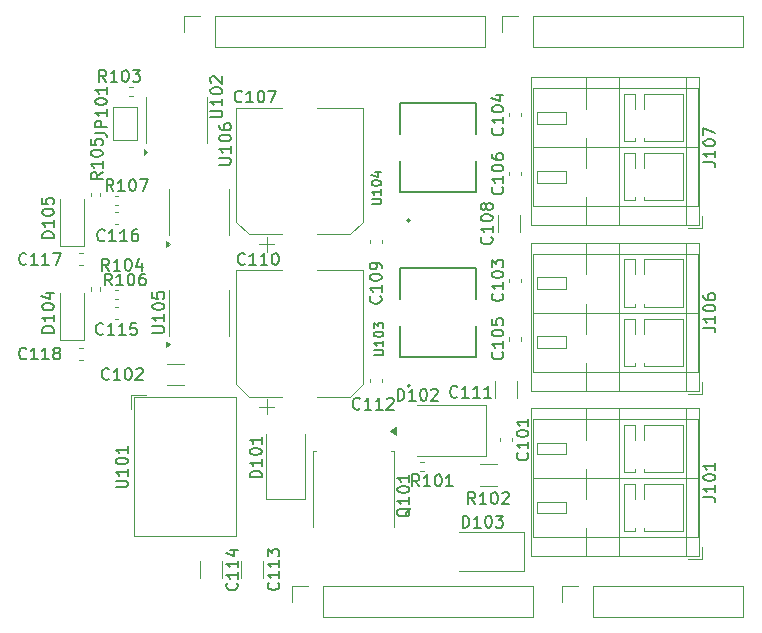
<source format=gto>
G04 #@! TF.GenerationSoftware,KiCad,Pcbnew,8.0.8+1*
G04 #@! TF.CreationDate,2025-03-25T14:10:14+00:00*
G04 #@! TF.ProjectId,dc_shield,64635f73-6869-4656-9c64-2e6b69636164,rev?*
G04 #@! TF.SameCoordinates,Original*
G04 #@! TF.FileFunction,Legend,Top*
G04 #@! TF.FilePolarity,Positive*
%FSLAX46Y46*%
G04 Gerber Fmt 4.6, Leading zero omitted, Abs format (unit mm)*
G04 Created by KiCad (PCBNEW 8.0.8+1) date 2025-03-25 14:10:14*
%MOMM*%
%LPD*%
G01*
G04 APERTURE LIST*
%ADD10C,0.150000*%
%ADD11C,0.120000*%
%ADD12C,0.127000*%
%ADD13C,0.200000*%
G04 APERTURE END LIST*
D10*
X19704819Y43535715D02*
X20514342Y43535715D01*
X20514342Y43535715D02*
X20609580Y43583334D01*
X20609580Y43583334D02*
X20657200Y43630953D01*
X20657200Y43630953D02*
X20704819Y43726191D01*
X20704819Y43726191D02*
X20704819Y43916667D01*
X20704819Y43916667D02*
X20657200Y44011905D01*
X20657200Y44011905D02*
X20609580Y44059524D01*
X20609580Y44059524D02*
X20514342Y44107143D01*
X20514342Y44107143D02*
X19704819Y44107143D01*
X20704819Y45107143D02*
X20704819Y44535715D01*
X20704819Y44821429D02*
X19704819Y44821429D01*
X19704819Y44821429D02*
X19847676Y44726191D01*
X19847676Y44726191D02*
X19942914Y44630953D01*
X19942914Y44630953D02*
X19990533Y44535715D01*
X19704819Y45726191D02*
X19704819Y45821429D01*
X19704819Y45821429D02*
X19752438Y45916667D01*
X19752438Y45916667D02*
X19800057Y45964286D01*
X19800057Y45964286D02*
X19895295Y46011905D01*
X19895295Y46011905D02*
X20085771Y46059524D01*
X20085771Y46059524D02*
X20323866Y46059524D01*
X20323866Y46059524D02*
X20514342Y46011905D01*
X20514342Y46011905D02*
X20609580Y45964286D01*
X20609580Y45964286D02*
X20657200Y45916667D01*
X20657200Y45916667D02*
X20704819Y45821429D01*
X20704819Y45821429D02*
X20704819Y45726191D01*
X20704819Y45726191D02*
X20657200Y45630953D01*
X20657200Y45630953D02*
X20609580Y45583334D01*
X20609580Y45583334D02*
X20514342Y45535715D01*
X20514342Y45535715D02*
X20323866Y45488096D01*
X20323866Y45488096D02*
X20085771Y45488096D01*
X20085771Y45488096D02*
X19895295Y45535715D01*
X19895295Y45535715D02*
X19800057Y45583334D01*
X19800057Y45583334D02*
X19752438Y45630953D01*
X19752438Y45630953D02*
X19704819Y45726191D01*
X19800057Y46440477D02*
X19752438Y46488096D01*
X19752438Y46488096D02*
X19704819Y46583334D01*
X19704819Y46583334D02*
X19704819Y46821429D01*
X19704819Y46821429D02*
X19752438Y46916667D01*
X19752438Y46916667D02*
X19800057Y46964286D01*
X19800057Y46964286D02*
X19895295Y47011905D01*
X19895295Y47011905D02*
X19990533Y47011905D01*
X19990533Y47011905D02*
X20133390Y46964286D01*
X20133390Y46964286D02*
X20704819Y46392858D01*
X20704819Y46392858D02*
X20704819Y47011905D01*
X6454819Y33309525D02*
X5454819Y33309525D01*
X5454819Y33309525D02*
X5454819Y33547620D01*
X5454819Y33547620D02*
X5502438Y33690477D01*
X5502438Y33690477D02*
X5597676Y33785715D01*
X5597676Y33785715D02*
X5692914Y33833334D01*
X5692914Y33833334D02*
X5883390Y33880953D01*
X5883390Y33880953D02*
X6026247Y33880953D01*
X6026247Y33880953D02*
X6216723Y33833334D01*
X6216723Y33833334D02*
X6311961Y33785715D01*
X6311961Y33785715D02*
X6407200Y33690477D01*
X6407200Y33690477D02*
X6454819Y33547620D01*
X6454819Y33547620D02*
X6454819Y33309525D01*
X6454819Y34833334D02*
X6454819Y34261906D01*
X6454819Y34547620D02*
X5454819Y34547620D01*
X5454819Y34547620D02*
X5597676Y34452382D01*
X5597676Y34452382D02*
X5692914Y34357144D01*
X5692914Y34357144D02*
X5740533Y34261906D01*
X5454819Y35452382D02*
X5454819Y35547620D01*
X5454819Y35547620D02*
X5502438Y35642858D01*
X5502438Y35642858D02*
X5550057Y35690477D01*
X5550057Y35690477D02*
X5645295Y35738096D01*
X5645295Y35738096D02*
X5835771Y35785715D01*
X5835771Y35785715D02*
X6073866Y35785715D01*
X6073866Y35785715D02*
X6264342Y35738096D01*
X6264342Y35738096D02*
X6359580Y35690477D01*
X6359580Y35690477D02*
X6407200Y35642858D01*
X6407200Y35642858D02*
X6454819Y35547620D01*
X6454819Y35547620D02*
X6454819Y35452382D01*
X6454819Y35452382D02*
X6407200Y35357144D01*
X6407200Y35357144D02*
X6359580Y35309525D01*
X6359580Y35309525D02*
X6264342Y35261906D01*
X6264342Y35261906D02*
X6073866Y35214287D01*
X6073866Y35214287D02*
X5835771Y35214287D01*
X5835771Y35214287D02*
X5645295Y35261906D01*
X5645295Y35261906D02*
X5550057Y35309525D01*
X5550057Y35309525D02*
X5502438Y35357144D01*
X5502438Y35357144D02*
X5454819Y35452382D01*
X5454819Y36690477D02*
X5454819Y36214287D01*
X5454819Y36214287D02*
X5931009Y36166668D01*
X5931009Y36166668D02*
X5883390Y36214287D01*
X5883390Y36214287D02*
X5835771Y36309525D01*
X5835771Y36309525D02*
X5835771Y36547620D01*
X5835771Y36547620D02*
X5883390Y36642858D01*
X5883390Y36642858D02*
X5931009Y36690477D01*
X5931009Y36690477D02*
X6026247Y36738096D01*
X6026247Y36738096D02*
X6264342Y36738096D01*
X6264342Y36738096D02*
X6359580Y36690477D01*
X6359580Y36690477D02*
X6407200Y36642858D01*
X6407200Y36642858D02*
X6454819Y36547620D01*
X6454819Y36547620D02*
X6454819Y36309525D01*
X6454819Y36309525D02*
X6407200Y36214287D01*
X6407200Y36214287D02*
X6359580Y36166668D01*
X22380952Y44890420D02*
X22333333Y44842800D01*
X22333333Y44842800D02*
X22190476Y44795181D01*
X22190476Y44795181D02*
X22095238Y44795181D01*
X22095238Y44795181D02*
X21952381Y44842800D01*
X21952381Y44842800D02*
X21857143Y44938039D01*
X21857143Y44938039D02*
X21809524Y45033277D01*
X21809524Y45033277D02*
X21761905Y45223753D01*
X21761905Y45223753D02*
X21761905Y45366610D01*
X21761905Y45366610D02*
X21809524Y45557086D01*
X21809524Y45557086D02*
X21857143Y45652324D01*
X21857143Y45652324D02*
X21952381Y45747562D01*
X21952381Y45747562D02*
X22095238Y45795181D01*
X22095238Y45795181D02*
X22190476Y45795181D01*
X22190476Y45795181D02*
X22333333Y45747562D01*
X22333333Y45747562D02*
X22380952Y45699943D01*
X23333333Y44795181D02*
X22761905Y44795181D01*
X23047619Y44795181D02*
X23047619Y45795181D01*
X23047619Y45795181D02*
X22952381Y45652324D01*
X22952381Y45652324D02*
X22857143Y45557086D01*
X22857143Y45557086D02*
X22761905Y45509467D01*
X23952381Y45795181D02*
X24047619Y45795181D01*
X24047619Y45795181D02*
X24142857Y45747562D01*
X24142857Y45747562D02*
X24190476Y45699943D01*
X24190476Y45699943D02*
X24238095Y45604705D01*
X24238095Y45604705D02*
X24285714Y45414229D01*
X24285714Y45414229D02*
X24285714Y45176134D01*
X24285714Y45176134D02*
X24238095Y44985658D01*
X24238095Y44985658D02*
X24190476Y44890420D01*
X24190476Y44890420D02*
X24142857Y44842800D01*
X24142857Y44842800D02*
X24047619Y44795181D01*
X24047619Y44795181D02*
X23952381Y44795181D01*
X23952381Y44795181D02*
X23857143Y44842800D01*
X23857143Y44842800D02*
X23809524Y44890420D01*
X23809524Y44890420D02*
X23761905Y44985658D01*
X23761905Y44985658D02*
X23714286Y45176134D01*
X23714286Y45176134D02*
X23714286Y45414229D01*
X23714286Y45414229D02*
X23761905Y45604705D01*
X23761905Y45604705D02*
X23809524Y45699943D01*
X23809524Y45699943D02*
X23857143Y45747562D01*
X23857143Y45747562D02*
X23952381Y45795181D01*
X24619048Y45795181D02*
X25285714Y45795181D01*
X25285714Y45795181D02*
X24857143Y44795181D01*
X11380952Y29295181D02*
X11047619Y29771372D01*
X10809524Y29295181D02*
X10809524Y30295181D01*
X10809524Y30295181D02*
X11190476Y30295181D01*
X11190476Y30295181D02*
X11285714Y30247562D01*
X11285714Y30247562D02*
X11333333Y30199943D01*
X11333333Y30199943D02*
X11380952Y30104705D01*
X11380952Y30104705D02*
X11380952Y29961848D01*
X11380952Y29961848D02*
X11333333Y29866610D01*
X11333333Y29866610D02*
X11285714Y29818991D01*
X11285714Y29818991D02*
X11190476Y29771372D01*
X11190476Y29771372D02*
X10809524Y29771372D01*
X12333333Y29295181D02*
X11761905Y29295181D01*
X12047619Y29295181D02*
X12047619Y30295181D01*
X12047619Y30295181D02*
X11952381Y30152324D01*
X11952381Y30152324D02*
X11857143Y30057086D01*
X11857143Y30057086D02*
X11761905Y30009467D01*
X12952381Y30295181D02*
X13047619Y30295181D01*
X13047619Y30295181D02*
X13142857Y30247562D01*
X13142857Y30247562D02*
X13190476Y30199943D01*
X13190476Y30199943D02*
X13238095Y30104705D01*
X13238095Y30104705D02*
X13285714Y29914229D01*
X13285714Y29914229D02*
X13285714Y29676134D01*
X13285714Y29676134D02*
X13238095Y29485658D01*
X13238095Y29485658D02*
X13190476Y29390420D01*
X13190476Y29390420D02*
X13142857Y29342800D01*
X13142857Y29342800D02*
X13047619Y29295181D01*
X13047619Y29295181D02*
X12952381Y29295181D01*
X12952381Y29295181D02*
X12857143Y29342800D01*
X12857143Y29342800D02*
X12809524Y29390420D01*
X12809524Y29390420D02*
X12761905Y29485658D01*
X12761905Y29485658D02*
X12714286Y29676134D01*
X12714286Y29676134D02*
X12714286Y29914229D01*
X12714286Y29914229D02*
X12761905Y30104705D01*
X12761905Y30104705D02*
X12809524Y30199943D01*
X12809524Y30199943D02*
X12857143Y30247562D01*
X12857143Y30247562D02*
X12952381Y30295181D01*
X14142857Y30295181D02*
X13952381Y30295181D01*
X13952381Y30295181D02*
X13857143Y30247562D01*
X13857143Y30247562D02*
X13809524Y30199943D01*
X13809524Y30199943D02*
X13714286Y30057086D01*
X13714286Y30057086D02*
X13666667Y29866610D01*
X13666667Y29866610D02*
X13666667Y29485658D01*
X13666667Y29485658D02*
X13714286Y29390420D01*
X13714286Y29390420D02*
X13761905Y29342800D01*
X13761905Y29342800D02*
X13857143Y29295181D01*
X13857143Y29295181D02*
X14047619Y29295181D01*
X14047619Y29295181D02*
X14142857Y29342800D01*
X14142857Y29342800D02*
X14190476Y29390420D01*
X14190476Y29390420D02*
X14238095Y29485658D01*
X14238095Y29485658D02*
X14238095Y29723753D01*
X14238095Y29723753D02*
X14190476Y29818991D01*
X14190476Y29818991D02*
X14142857Y29866610D01*
X14142857Y29866610D02*
X14047619Y29914229D01*
X14047619Y29914229D02*
X13857143Y29914229D01*
X13857143Y29914229D02*
X13761905Y29866610D01*
X13761905Y29866610D02*
X13714286Y29818991D01*
X13714286Y29818991D02*
X13666667Y29723753D01*
X10579819Y38880953D02*
X10103628Y38547620D01*
X10579819Y38309525D02*
X9579819Y38309525D01*
X9579819Y38309525D02*
X9579819Y38690477D01*
X9579819Y38690477D02*
X9627438Y38785715D01*
X9627438Y38785715D02*
X9675057Y38833334D01*
X9675057Y38833334D02*
X9770295Y38880953D01*
X9770295Y38880953D02*
X9913152Y38880953D01*
X9913152Y38880953D02*
X10008390Y38833334D01*
X10008390Y38833334D02*
X10056009Y38785715D01*
X10056009Y38785715D02*
X10103628Y38690477D01*
X10103628Y38690477D02*
X10103628Y38309525D01*
X10579819Y39833334D02*
X10579819Y39261906D01*
X10579819Y39547620D02*
X9579819Y39547620D01*
X9579819Y39547620D02*
X9722676Y39452382D01*
X9722676Y39452382D02*
X9817914Y39357144D01*
X9817914Y39357144D02*
X9865533Y39261906D01*
X9579819Y40452382D02*
X9579819Y40547620D01*
X9579819Y40547620D02*
X9627438Y40642858D01*
X9627438Y40642858D02*
X9675057Y40690477D01*
X9675057Y40690477D02*
X9770295Y40738096D01*
X9770295Y40738096D02*
X9960771Y40785715D01*
X9960771Y40785715D02*
X10198866Y40785715D01*
X10198866Y40785715D02*
X10389342Y40738096D01*
X10389342Y40738096D02*
X10484580Y40690477D01*
X10484580Y40690477D02*
X10532200Y40642858D01*
X10532200Y40642858D02*
X10579819Y40547620D01*
X10579819Y40547620D02*
X10579819Y40452382D01*
X10579819Y40452382D02*
X10532200Y40357144D01*
X10532200Y40357144D02*
X10484580Y40309525D01*
X10484580Y40309525D02*
X10389342Y40261906D01*
X10389342Y40261906D02*
X10198866Y40214287D01*
X10198866Y40214287D02*
X9960771Y40214287D01*
X9960771Y40214287D02*
X9770295Y40261906D01*
X9770295Y40261906D02*
X9675057Y40309525D01*
X9675057Y40309525D02*
X9627438Y40357144D01*
X9627438Y40357144D02*
X9579819Y40452382D01*
X9579819Y41690477D02*
X9579819Y41214287D01*
X9579819Y41214287D02*
X10056009Y41166668D01*
X10056009Y41166668D02*
X10008390Y41214287D01*
X10008390Y41214287D02*
X9960771Y41309525D01*
X9960771Y41309525D02*
X9960771Y41547620D01*
X9960771Y41547620D02*
X10008390Y41642858D01*
X10008390Y41642858D02*
X10056009Y41690477D01*
X10056009Y41690477D02*
X10151247Y41738096D01*
X10151247Y41738096D02*
X10389342Y41738096D01*
X10389342Y41738096D02*
X10484580Y41690477D01*
X10484580Y41690477D02*
X10532200Y41642858D01*
X10532200Y41642858D02*
X10579819Y41547620D01*
X10579819Y41547620D02*
X10579819Y41309525D01*
X10579819Y41309525D02*
X10532200Y41214287D01*
X10532200Y41214287D02*
X10484580Y41166668D01*
X9954819Y42214286D02*
X10669104Y42214286D01*
X10669104Y42214286D02*
X10811961Y42166667D01*
X10811961Y42166667D02*
X10907200Y42071429D01*
X10907200Y42071429D02*
X10954819Y41928572D01*
X10954819Y41928572D02*
X10954819Y41833334D01*
X10954819Y42690477D02*
X9954819Y42690477D01*
X9954819Y42690477D02*
X9954819Y43071429D01*
X9954819Y43071429D02*
X10002438Y43166667D01*
X10002438Y43166667D02*
X10050057Y43214286D01*
X10050057Y43214286D02*
X10145295Y43261905D01*
X10145295Y43261905D02*
X10288152Y43261905D01*
X10288152Y43261905D02*
X10383390Y43214286D01*
X10383390Y43214286D02*
X10431009Y43166667D01*
X10431009Y43166667D02*
X10478628Y43071429D01*
X10478628Y43071429D02*
X10478628Y42690477D01*
X10954819Y44214286D02*
X10954819Y43642858D01*
X10954819Y43928572D02*
X9954819Y43928572D01*
X9954819Y43928572D02*
X10097676Y43833334D01*
X10097676Y43833334D02*
X10192914Y43738096D01*
X10192914Y43738096D02*
X10240533Y43642858D01*
X9954819Y44833334D02*
X9954819Y44928572D01*
X9954819Y44928572D02*
X10002438Y45023810D01*
X10002438Y45023810D02*
X10050057Y45071429D01*
X10050057Y45071429D02*
X10145295Y45119048D01*
X10145295Y45119048D02*
X10335771Y45166667D01*
X10335771Y45166667D02*
X10573866Y45166667D01*
X10573866Y45166667D02*
X10764342Y45119048D01*
X10764342Y45119048D02*
X10859580Y45071429D01*
X10859580Y45071429D02*
X10907200Y45023810D01*
X10907200Y45023810D02*
X10954819Y44928572D01*
X10954819Y44928572D02*
X10954819Y44833334D01*
X10954819Y44833334D02*
X10907200Y44738096D01*
X10907200Y44738096D02*
X10859580Y44690477D01*
X10859580Y44690477D02*
X10764342Y44642858D01*
X10764342Y44642858D02*
X10573866Y44595239D01*
X10573866Y44595239D02*
X10335771Y44595239D01*
X10335771Y44595239D02*
X10145295Y44642858D01*
X10145295Y44642858D02*
X10050057Y44690477D01*
X10050057Y44690477D02*
X10002438Y44738096D01*
X10002438Y44738096D02*
X9954819Y44833334D01*
X10954819Y46119048D02*
X10954819Y45547620D01*
X10954819Y45833334D02*
X9954819Y45833334D01*
X9954819Y45833334D02*
X10097676Y45738096D01*
X10097676Y45738096D02*
X10192914Y45642858D01*
X10192914Y45642858D02*
X10240533Y45547620D01*
X25459580Y4130953D02*
X25507200Y4083334D01*
X25507200Y4083334D02*
X25554819Y3940477D01*
X25554819Y3940477D02*
X25554819Y3845239D01*
X25554819Y3845239D02*
X25507200Y3702382D01*
X25507200Y3702382D02*
X25411961Y3607144D01*
X25411961Y3607144D02*
X25316723Y3559525D01*
X25316723Y3559525D02*
X25126247Y3511906D01*
X25126247Y3511906D02*
X24983390Y3511906D01*
X24983390Y3511906D02*
X24792914Y3559525D01*
X24792914Y3559525D02*
X24697676Y3607144D01*
X24697676Y3607144D02*
X24602438Y3702382D01*
X24602438Y3702382D02*
X24554819Y3845239D01*
X24554819Y3845239D02*
X24554819Y3940477D01*
X24554819Y3940477D02*
X24602438Y4083334D01*
X24602438Y4083334D02*
X24650057Y4130953D01*
X25554819Y5083334D02*
X25554819Y4511906D01*
X25554819Y4797620D02*
X24554819Y4797620D01*
X24554819Y4797620D02*
X24697676Y4702382D01*
X24697676Y4702382D02*
X24792914Y4607144D01*
X24792914Y4607144D02*
X24840533Y4511906D01*
X25554819Y6035715D02*
X25554819Y5464287D01*
X25554819Y5750001D02*
X24554819Y5750001D01*
X24554819Y5750001D02*
X24697676Y5654763D01*
X24697676Y5654763D02*
X24792914Y5559525D01*
X24792914Y5559525D02*
X24840533Y5464287D01*
X24554819Y6369049D02*
X24554819Y6988096D01*
X24554819Y6988096D02*
X24935771Y6654763D01*
X24935771Y6654763D02*
X24935771Y6797620D01*
X24935771Y6797620D02*
X24983390Y6892858D01*
X24983390Y6892858D02*
X25031009Y6940477D01*
X25031009Y6940477D02*
X25126247Y6988096D01*
X25126247Y6988096D02*
X25364342Y6988096D01*
X25364342Y6988096D02*
X25459580Y6940477D01*
X25459580Y6940477D02*
X25507200Y6892858D01*
X25507200Y6892858D02*
X25554819Y6797620D01*
X25554819Y6797620D02*
X25554819Y6511906D01*
X25554819Y6511906D02*
X25507200Y6416668D01*
X25507200Y6416668D02*
X25459580Y6369049D01*
X36650057Y10452381D02*
X36602438Y10357143D01*
X36602438Y10357143D02*
X36507200Y10261905D01*
X36507200Y10261905D02*
X36364342Y10119048D01*
X36364342Y10119048D02*
X36316723Y10023810D01*
X36316723Y10023810D02*
X36316723Y9928572D01*
X36554819Y9976191D02*
X36507200Y9880953D01*
X36507200Y9880953D02*
X36411961Y9785715D01*
X36411961Y9785715D02*
X36221485Y9738096D01*
X36221485Y9738096D02*
X35888152Y9738096D01*
X35888152Y9738096D02*
X35697676Y9785715D01*
X35697676Y9785715D02*
X35602438Y9880953D01*
X35602438Y9880953D02*
X35554819Y9976191D01*
X35554819Y9976191D02*
X35554819Y10166667D01*
X35554819Y10166667D02*
X35602438Y10261905D01*
X35602438Y10261905D02*
X35697676Y10357143D01*
X35697676Y10357143D02*
X35888152Y10404762D01*
X35888152Y10404762D02*
X36221485Y10404762D01*
X36221485Y10404762D02*
X36411961Y10357143D01*
X36411961Y10357143D02*
X36507200Y10261905D01*
X36507200Y10261905D02*
X36554819Y10166667D01*
X36554819Y10166667D02*
X36554819Y9976191D01*
X36554819Y11357143D02*
X36554819Y10785715D01*
X36554819Y11071429D02*
X35554819Y11071429D01*
X35554819Y11071429D02*
X35697676Y10976191D01*
X35697676Y10976191D02*
X35792914Y10880953D01*
X35792914Y10880953D02*
X35840533Y10785715D01*
X35554819Y11976191D02*
X35554819Y12071429D01*
X35554819Y12071429D02*
X35602438Y12166667D01*
X35602438Y12166667D02*
X35650057Y12214286D01*
X35650057Y12214286D02*
X35745295Y12261905D01*
X35745295Y12261905D02*
X35935771Y12309524D01*
X35935771Y12309524D02*
X36173866Y12309524D01*
X36173866Y12309524D02*
X36364342Y12261905D01*
X36364342Y12261905D02*
X36459580Y12214286D01*
X36459580Y12214286D02*
X36507200Y12166667D01*
X36507200Y12166667D02*
X36554819Y12071429D01*
X36554819Y12071429D02*
X36554819Y11976191D01*
X36554819Y11976191D02*
X36507200Y11880953D01*
X36507200Y11880953D02*
X36459580Y11833334D01*
X36459580Y11833334D02*
X36364342Y11785715D01*
X36364342Y11785715D02*
X36173866Y11738096D01*
X36173866Y11738096D02*
X35935771Y11738096D01*
X35935771Y11738096D02*
X35745295Y11785715D01*
X35745295Y11785715D02*
X35650057Y11833334D01*
X35650057Y11833334D02*
X35602438Y11880953D01*
X35602438Y11880953D02*
X35554819Y11976191D01*
X36554819Y13261905D02*
X36554819Y12690477D01*
X36554819Y12976191D02*
X35554819Y12976191D01*
X35554819Y12976191D02*
X35697676Y12880953D01*
X35697676Y12880953D02*
X35792914Y12785715D01*
X35792914Y12785715D02*
X35840533Y12690477D01*
X24054819Y13059525D02*
X23054819Y13059525D01*
X23054819Y13059525D02*
X23054819Y13297620D01*
X23054819Y13297620D02*
X23102438Y13440477D01*
X23102438Y13440477D02*
X23197676Y13535715D01*
X23197676Y13535715D02*
X23292914Y13583334D01*
X23292914Y13583334D02*
X23483390Y13630953D01*
X23483390Y13630953D02*
X23626247Y13630953D01*
X23626247Y13630953D02*
X23816723Y13583334D01*
X23816723Y13583334D02*
X23911961Y13535715D01*
X23911961Y13535715D02*
X24007200Y13440477D01*
X24007200Y13440477D02*
X24054819Y13297620D01*
X24054819Y13297620D02*
X24054819Y13059525D01*
X24054819Y14583334D02*
X24054819Y14011906D01*
X24054819Y14297620D02*
X23054819Y14297620D01*
X23054819Y14297620D02*
X23197676Y14202382D01*
X23197676Y14202382D02*
X23292914Y14107144D01*
X23292914Y14107144D02*
X23340533Y14011906D01*
X23054819Y15202382D02*
X23054819Y15297620D01*
X23054819Y15297620D02*
X23102438Y15392858D01*
X23102438Y15392858D02*
X23150057Y15440477D01*
X23150057Y15440477D02*
X23245295Y15488096D01*
X23245295Y15488096D02*
X23435771Y15535715D01*
X23435771Y15535715D02*
X23673866Y15535715D01*
X23673866Y15535715D02*
X23864342Y15488096D01*
X23864342Y15488096D02*
X23959580Y15440477D01*
X23959580Y15440477D02*
X24007200Y15392858D01*
X24007200Y15392858D02*
X24054819Y15297620D01*
X24054819Y15297620D02*
X24054819Y15202382D01*
X24054819Y15202382D02*
X24007200Y15107144D01*
X24007200Y15107144D02*
X23959580Y15059525D01*
X23959580Y15059525D02*
X23864342Y15011906D01*
X23864342Y15011906D02*
X23673866Y14964287D01*
X23673866Y14964287D02*
X23435771Y14964287D01*
X23435771Y14964287D02*
X23245295Y15011906D01*
X23245295Y15011906D02*
X23150057Y15059525D01*
X23150057Y15059525D02*
X23102438Y15107144D01*
X23102438Y15107144D02*
X23054819Y15202382D01*
X24054819Y16488096D02*
X24054819Y15916668D01*
X24054819Y16202382D02*
X23054819Y16202382D01*
X23054819Y16202382D02*
X23197676Y16107144D01*
X23197676Y16107144D02*
X23292914Y16011906D01*
X23292914Y16011906D02*
X23340533Y15916668D01*
X37380952Y12295181D02*
X37047619Y12771372D01*
X36809524Y12295181D02*
X36809524Y13295181D01*
X36809524Y13295181D02*
X37190476Y13295181D01*
X37190476Y13295181D02*
X37285714Y13247562D01*
X37285714Y13247562D02*
X37333333Y13199943D01*
X37333333Y13199943D02*
X37380952Y13104705D01*
X37380952Y13104705D02*
X37380952Y12961848D01*
X37380952Y12961848D02*
X37333333Y12866610D01*
X37333333Y12866610D02*
X37285714Y12818991D01*
X37285714Y12818991D02*
X37190476Y12771372D01*
X37190476Y12771372D02*
X36809524Y12771372D01*
X38333333Y12295181D02*
X37761905Y12295181D01*
X38047619Y12295181D02*
X38047619Y13295181D01*
X38047619Y13295181D02*
X37952381Y13152324D01*
X37952381Y13152324D02*
X37857143Y13057086D01*
X37857143Y13057086D02*
X37761905Y13009467D01*
X38952381Y13295181D02*
X39047619Y13295181D01*
X39047619Y13295181D02*
X39142857Y13247562D01*
X39142857Y13247562D02*
X39190476Y13199943D01*
X39190476Y13199943D02*
X39238095Y13104705D01*
X39238095Y13104705D02*
X39285714Y12914229D01*
X39285714Y12914229D02*
X39285714Y12676134D01*
X39285714Y12676134D02*
X39238095Y12485658D01*
X39238095Y12485658D02*
X39190476Y12390420D01*
X39190476Y12390420D02*
X39142857Y12342800D01*
X39142857Y12342800D02*
X39047619Y12295181D01*
X39047619Y12295181D02*
X38952381Y12295181D01*
X38952381Y12295181D02*
X38857143Y12342800D01*
X38857143Y12342800D02*
X38809524Y12390420D01*
X38809524Y12390420D02*
X38761905Y12485658D01*
X38761905Y12485658D02*
X38714286Y12676134D01*
X38714286Y12676134D02*
X38714286Y12914229D01*
X38714286Y12914229D02*
X38761905Y13104705D01*
X38761905Y13104705D02*
X38809524Y13199943D01*
X38809524Y13199943D02*
X38857143Y13247562D01*
X38857143Y13247562D02*
X38952381Y13295181D01*
X40238095Y12295181D02*
X39666667Y12295181D01*
X39952381Y12295181D02*
X39952381Y13295181D01*
X39952381Y13295181D02*
X39857143Y13152324D01*
X39857143Y13152324D02*
X39761905Y13057086D01*
X39761905Y13057086D02*
X39666667Y13009467D01*
X44429580Y37630953D02*
X44477200Y37583334D01*
X44477200Y37583334D02*
X44524819Y37440477D01*
X44524819Y37440477D02*
X44524819Y37345239D01*
X44524819Y37345239D02*
X44477200Y37202382D01*
X44477200Y37202382D02*
X44381961Y37107144D01*
X44381961Y37107144D02*
X44286723Y37059525D01*
X44286723Y37059525D02*
X44096247Y37011906D01*
X44096247Y37011906D02*
X43953390Y37011906D01*
X43953390Y37011906D02*
X43762914Y37059525D01*
X43762914Y37059525D02*
X43667676Y37107144D01*
X43667676Y37107144D02*
X43572438Y37202382D01*
X43572438Y37202382D02*
X43524819Y37345239D01*
X43524819Y37345239D02*
X43524819Y37440477D01*
X43524819Y37440477D02*
X43572438Y37583334D01*
X43572438Y37583334D02*
X43620057Y37630953D01*
X44524819Y38583334D02*
X44524819Y38011906D01*
X44524819Y38297620D02*
X43524819Y38297620D01*
X43524819Y38297620D02*
X43667676Y38202382D01*
X43667676Y38202382D02*
X43762914Y38107144D01*
X43762914Y38107144D02*
X43810533Y38011906D01*
X43524819Y39202382D02*
X43524819Y39297620D01*
X43524819Y39297620D02*
X43572438Y39392858D01*
X43572438Y39392858D02*
X43620057Y39440477D01*
X43620057Y39440477D02*
X43715295Y39488096D01*
X43715295Y39488096D02*
X43905771Y39535715D01*
X43905771Y39535715D02*
X44143866Y39535715D01*
X44143866Y39535715D02*
X44334342Y39488096D01*
X44334342Y39488096D02*
X44429580Y39440477D01*
X44429580Y39440477D02*
X44477200Y39392858D01*
X44477200Y39392858D02*
X44524819Y39297620D01*
X44524819Y39297620D02*
X44524819Y39202382D01*
X44524819Y39202382D02*
X44477200Y39107144D01*
X44477200Y39107144D02*
X44429580Y39059525D01*
X44429580Y39059525D02*
X44334342Y39011906D01*
X44334342Y39011906D02*
X44143866Y38964287D01*
X44143866Y38964287D02*
X43905771Y38964287D01*
X43905771Y38964287D02*
X43715295Y39011906D01*
X43715295Y39011906D02*
X43620057Y39059525D01*
X43620057Y39059525D02*
X43572438Y39107144D01*
X43572438Y39107144D02*
X43524819Y39202382D01*
X43524819Y40392858D02*
X43524819Y40202382D01*
X43524819Y40202382D02*
X43572438Y40107144D01*
X43572438Y40107144D02*
X43620057Y40059525D01*
X43620057Y40059525D02*
X43762914Y39964287D01*
X43762914Y39964287D02*
X43953390Y39916668D01*
X43953390Y39916668D02*
X44334342Y39916668D01*
X44334342Y39916668D02*
X44429580Y39964287D01*
X44429580Y39964287D02*
X44477200Y40011906D01*
X44477200Y40011906D02*
X44524819Y40107144D01*
X44524819Y40107144D02*
X44524819Y40297620D01*
X44524819Y40297620D02*
X44477200Y40392858D01*
X44477200Y40392858D02*
X44429580Y40440477D01*
X44429580Y40440477D02*
X44334342Y40488096D01*
X44334342Y40488096D02*
X44096247Y40488096D01*
X44096247Y40488096D02*
X44001009Y40440477D01*
X44001009Y40440477D02*
X43953390Y40392858D01*
X43953390Y40392858D02*
X43905771Y40297620D01*
X43905771Y40297620D02*
X43905771Y40107144D01*
X43905771Y40107144D02*
X43953390Y40011906D01*
X43953390Y40011906D02*
X44001009Y39964287D01*
X44001009Y39964287D02*
X44096247Y39916668D01*
X11505952Y37295181D02*
X11172619Y37771372D01*
X10934524Y37295181D02*
X10934524Y38295181D01*
X10934524Y38295181D02*
X11315476Y38295181D01*
X11315476Y38295181D02*
X11410714Y38247562D01*
X11410714Y38247562D02*
X11458333Y38199943D01*
X11458333Y38199943D02*
X11505952Y38104705D01*
X11505952Y38104705D02*
X11505952Y37961848D01*
X11505952Y37961848D02*
X11458333Y37866610D01*
X11458333Y37866610D02*
X11410714Y37818991D01*
X11410714Y37818991D02*
X11315476Y37771372D01*
X11315476Y37771372D02*
X10934524Y37771372D01*
X12458333Y37295181D02*
X11886905Y37295181D01*
X12172619Y37295181D02*
X12172619Y38295181D01*
X12172619Y38295181D02*
X12077381Y38152324D01*
X12077381Y38152324D02*
X11982143Y38057086D01*
X11982143Y38057086D02*
X11886905Y38009467D01*
X13077381Y38295181D02*
X13172619Y38295181D01*
X13172619Y38295181D02*
X13267857Y38247562D01*
X13267857Y38247562D02*
X13315476Y38199943D01*
X13315476Y38199943D02*
X13363095Y38104705D01*
X13363095Y38104705D02*
X13410714Y37914229D01*
X13410714Y37914229D02*
X13410714Y37676134D01*
X13410714Y37676134D02*
X13363095Y37485658D01*
X13363095Y37485658D02*
X13315476Y37390420D01*
X13315476Y37390420D02*
X13267857Y37342800D01*
X13267857Y37342800D02*
X13172619Y37295181D01*
X13172619Y37295181D02*
X13077381Y37295181D01*
X13077381Y37295181D02*
X12982143Y37342800D01*
X12982143Y37342800D02*
X12934524Y37390420D01*
X12934524Y37390420D02*
X12886905Y37485658D01*
X12886905Y37485658D02*
X12839286Y37676134D01*
X12839286Y37676134D02*
X12839286Y37914229D01*
X12839286Y37914229D02*
X12886905Y38104705D01*
X12886905Y38104705D02*
X12934524Y38199943D01*
X12934524Y38199943D02*
X12982143Y38247562D01*
X12982143Y38247562D02*
X13077381Y38295181D01*
X13744048Y38295181D02*
X14410714Y38295181D01*
X14410714Y38295181D02*
X13982143Y37295181D01*
X43509580Y33405953D02*
X43557200Y33358334D01*
X43557200Y33358334D02*
X43604819Y33215477D01*
X43604819Y33215477D02*
X43604819Y33120239D01*
X43604819Y33120239D02*
X43557200Y32977382D01*
X43557200Y32977382D02*
X43461961Y32882144D01*
X43461961Y32882144D02*
X43366723Y32834525D01*
X43366723Y32834525D02*
X43176247Y32786906D01*
X43176247Y32786906D02*
X43033390Y32786906D01*
X43033390Y32786906D02*
X42842914Y32834525D01*
X42842914Y32834525D02*
X42747676Y32882144D01*
X42747676Y32882144D02*
X42652438Y32977382D01*
X42652438Y32977382D02*
X42604819Y33120239D01*
X42604819Y33120239D02*
X42604819Y33215477D01*
X42604819Y33215477D02*
X42652438Y33358334D01*
X42652438Y33358334D02*
X42700057Y33405953D01*
X43604819Y34358334D02*
X43604819Y33786906D01*
X43604819Y34072620D02*
X42604819Y34072620D01*
X42604819Y34072620D02*
X42747676Y33977382D01*
X42747676Y33977382D02*
X42842914Y33882144D01*
X42842914Y33882144D02*
X42890533Y33786906D01*
X42604819Y34977382D02*
X42604819Y35072620D01*
X42604819Y35072620D02*
X42652438Y35167858D01*
X42652438Y35167858D02*
X42700057Y35215477D01*
X42700057Y35215477D02*
X42795295Y35263096D01*
X42795295Y35263096D02*
X42985771Y35310715D01*
X42985771Y35310715D02*
X43223866Y35310715D01*
X43223866Y35310715D02*
X43414342Y35263096D01*
X43414342Y35263096D02*
X43509580Y35215477D01*
X43509580Y35215477D02*
X43557200Y35167858D01*
X43557200Y35167858D02*
X43604819Y35072620D01*
X43604819Y35072620D02*
X43604819Y34977382D01*
X43604819Y34977382D02*
X43557200Y34882144D01*
X43557200Y34882144D02*
X43509580Y34834525D01*
X43509580Y34834525D02*
X43414342Y34786906D01*
X43414342Y34786906D02*
X43223866Y34739287D01*
X43223866Y34739287D02*
X42985771Y34739287D01*
X42985771Y34739287D02*
X42795295Y34786906D01*
X42795295Y34786906D02*
X42700057Y34834525D01*
X42700057Y34834525D02*
X42652438Y34882144D01*
X42652438Y34882144D02*
X42604819Y34977382D01*
X43033390Y35882144D02*
X42985771Y35786906D01*
X42985771Y35786906D02*
X42938152Y35739287D01*
X42938152Y35739287D02*
X42842914Y35691668D01*
X42842914Y35691668D02*
X42795295Y35691668D01*
X42795295Y35691668D02*
X42700057Y35739287D01*
X42700057Y35739287D02*
X42652438Y35786906D01*
X42652438Y35786906D02*
X42604819Y35882144D01*
X42604819Y35882144D02*
X42604819Y36072620D01*
X42604819Y36072620D02*
X42652438Y36167858D01*
X42652438Y36167858D02*
X42700057Y36215477D01*
X42700057Y36215477D02*
X42795295Y36263096D01*
X42795295Y36263096D02*
X42842914Y36263096D01*
X42842914Y36263096D02*
X42938152Y36215477D01*
X42938152Y36215477D02*
X42985771Y36167858D01*
X42985771Y36167858D02*
X43033390Y36072620D01*
X43033390Y36072620D02*
X43033390Y35882144D01*
X43033390Y35882144D02*
X43081009Y35786906D01*
X43081009Y35786906D02*
X43128628Y35739287D01*
X43128628Y35739287D02*
X43223866Y35691668D01*
X43223866Y35691668D02*
X43414342Y35691668D01*
X43414342Y35691668D02*
X43509580Y35739287D01*
X43509580Y35739287D02*
X43557200Y35786906D01*
X43557200Y35786906D02*
X43604819Y35882144D01*
X43604819Y35882144D02*
X43604819Y36072620D01*
X43604819Y36072620D02*
X43557200Y36167858D01*
X43557200Y36167858D02*
X43509580Y36215477D01*
X43509580Y36215477D02*
X43414342Y36263096D01*
X43414342Y36263096D02*
X43223866Y36263096D01*
X43223866Y36263096D02*
X43128628Y36215477D01*
X43128628Y36215477D02*
X43081009Y36167858D01*
X43081009Y36167858D02*
X43033390Y36072620D01*
X42130952Y10795181D02*
X41797619Y11271372D01*
X41559524Y10795181D02*
X41559524Y11795181D01*
X41559524Y11795181D02*
X41940476Y11795181D01*
X41940476Y11795181D02*
X42035714Y11747562D01*
X42035714Y11747562D02*
X42083333Y11699943D01*
X42083333Y11699943D02*
X42130952Y11604705D01*
X42130952Y11604705D02*
X42130952Y11461848D01*
X42130952Y11461848D02*
X42083333Y11366610D01*
X42083333Y11366610D02*
X42035714Y11318991D01*
X42035714Y11318991D02*
X41940476Y11271372D01*
X41940476Y11271372D02*
X41559524Y11271372D01*
X43083333Y10795181D02*
X42511905Y10795181D01*
X42797619Y10795181D02*
X42797619Y11795181D01*
X42797619Y11795181D02*
X42702381Y11652324D01*
X42702381Y11652324D02*
X42607143Y11557086D01*
X42607143Y11557086D02*
X42511905Y11509467D01*
X43702381Y11795181D02*
X43797619Y11795181D01*
X43797619Y11795181D02*
X43892857Y11747562D01*
X43892857Y11747562D02*
X43940476Y11699943D01*
X43940476Y11699943D02*
X43988095Y11604705D01*
X43988095Y11604705D02*
X44035714Y11414229D01*
X44035714Y11414229D02*
X44035714Y11176134D01*
X44035714Y11176134D02*
X43988095Y10985658D01*
X43988095Y10985658D02*
X43940476Y10890420D01*
X43940476Y10890420D02*
X43892857Y10842800D01*
X43892857Y10842800D02*
X43797619Y10795181D01*
X43797619Y10795181D02*
X43702381Y10795181D01*
X43702381Y10795181D02*
X43607143Y10842800D01*
X43607143Y10842800D02*
X43559524Y10890420D01*
X43559524Y10890420D02*
X43511905Y10985658D01*
X43511905Y10985658D02*
X43464286Y11176134D01*
X43464286Y11176134D02*
X43464286Y11414229D01*
X43464286Y11414229D02*
X43511905Y11604705D01*
X43511905Y11604705D02*
X43559524Y11699943D01*
X43559524Y11699943D02*
X43607143Y11747562D01*
X43607143Y11747562D02*
X43702381Y11795181D01*
X44416667Y11699943D02*
X44464286Y11747562D01*
X44464286Y11747562D02*
X44559524Y11795181D01*
X44559524Y11795181D02*
X44797619Y11795181D01*
X44797619Y11795181D02*
X44892857Y11747562D01*
X44892857Y11747562D02*
X44940476Y11699943D01*
X44940476Y11699943D02*
X44988095Y11604705D01*
X44988095Y11604705D02*
X44988095Y11509467D01*
X44988095Y11509467D02*
X44940476Y11366610D01*
X44940476Y11366610D02*
X44369048Y10795181D01*
X44369048Y10795181D02*
X44988095Y10795181D01*
X4130952Y23140420D02*
X4083333Y23092800D01*
X4083333Y23092800D02*
X3940476Y23045181D01*
X3940476Y23045181D02*
X3845238Y23045181D01*
X3845238Y23045181D02*
X3702381Y23092800D01*
X3702381Y23092800D02*
X3607143Y23188039D01*
X3607143Y23188039D02*
X3559524Y23283277D01*
X3559524Y23283277D02*
X3511905Y23473753D01*
X3511905Y23473753D02*
X3511905Y23616610D01*
X3511905Y23616610D02*
X3559524Y23807086D01*
X3559524Y23807086D02*
X3607143Y23902324D01*
X3607143Y23902324D02*
X3702381Y23997562D01*
X3702381Y23997562D02*
X3845238Y24045181D01*
X3845238Y24045181D02*
X3940476Y24045181D01*
X3940476Y24045181D02*
X4083333Y23997562D01*
X4083333Y23997562D02*
X4130952Y23949943D01*
X5083333Y23045181D02*
X4511905Y23045181D01*
X4797619Y23045181D02*
X4797619Y24045181D01*
X4797619Y24045181D02*
X4702381Y23902324D01*
X4702381Y23902324D02*
X4607143Y23807086D01*
X4607143Y23807086D02*
X4511905Y23759467D01*
X6035714Y23045181D02*
X5464286Y23045181D01*
X5750000Y23045181D02*
X5750000Y24045181D01*
X5750000Y24045181D02*
X5654762Y23902324D01*
X5654762Y23902324D02*
X5559524Y23807086D01*
X5559524Y23807086D02*
X5464286Y23759467D01*
X6607143Y23616610D02*
X6511905Y23664229D01*
X6511905Y23664229D02*
X6464286Y23711848D01*
X6464286Y23711848D02*
X6416667Y23807086D01*
X6416667Y23807086D02*
X6416667Y23854705D01*
X6416667Y23854705D02*
X6464286Y23949943D01*
X6464286Y23949943D02*
X6511905Y23997562D01*
X6511905Y23997562D02*
X6607143Y24045181D01*
X6607143Y24045181D02*
X6797619Y24045181D01*
X6797619Y24045181D02*
X6892857Y23997562D01*
X6892857Y23997562D02*
X6940476Y23949943D01*
X6940476Y23949943D02*
X6988095Y23854705D01*
X6988095Y23854705D02*
X6988095Y23807086D01*
X6988095Y23807086D02*
X6940476Y23711848D01*
X6940476Y23711848D02*
X6892857Y23664229D01*
X6892857Y23664229D02*
X6797619Y23616610D01*
X6797619Y23616610D02*
X6607143Y23616610D01*
X6607143Y23616610D02*
X6511905Y23568991D01*
X6511905Y23568991D02*
X6464286Y23521372D01*
X6464286Y23521372D02*
X6416667Y23426134D01*
X6416667Y23426134D02*
X6416667Y23235658D01*
X6416667Y23235658D02*
X6464286Y23140420D01*
X6464286Y23140420D02*
X6511905Y23092800D01*
X6511905Y23092800D02*
X6607143Y23045181D01*
X6607143Y23045181D02*
X6797619Y23045181D01*
X6797619Y23045181D02*
X6892857Y23092800D01*
X6892857Y23092800D02*
X6940476Y23140420D01*
X6940476Y23140420D02*
X6988095Y23235658D01*
X6988095Y23235658D02*
X6988095Y23426134D01*
X6988095Y23426134D02*
X6940476Y23521372D01*
X6940476Y23521372D02*
X6892857Y23568991D01*
X6892857Y23568991D02*
X6797619Y23616610D01*
X11130952Y21390420D02*
X11083333Y21342800D01*
X11083333Y21342800D02*
X10940476Y21295181D01*
X10940476Y21295181D02*
X10845238Y21295181D01*
X10845238Y21295181D02*
X10702381Y21342800D01*
X10702381Y21342800D02*
X10607143Y21438039D01*
X10607143Y21438039D02*
X10559524Y21533277D01*
X10559524Y21533277D02*
X10511905Y21723753D01*
X10511905Y21723753D02*
X10511905Y21866610D01*
X10511905Y21866610D02*
X10559524Y22057086D01*
X10559524Y22057086D02*
X10607143Y22152324D01*
X10607143Y22152324D02*
X10702381Y22247562D01*
X10702381Y22247562D02*
X10845238Y22295181D01*
X10845238Y22295181D02*
X10940476Y22295181D01*
X10940476Y22295181D02*
X11083333Y22247562D01*
X11083333Y22247562D02*
X11130952Y22199943D01*
X12083333Y21295181D02*
X11511905Y21295181D01*
X11797619Y21295181D02*
X11797619Y22295181D01*
X11797619Y22295181D02*
X11702381Y22152324D01*
X11702381Y22152324D02*
X11607143Y22057086D01*
X11607143Y22057086D02*
X11511905Y22009467D01*
X12702381Y22295181D02*
X12797619Y22295181D01*
X12797619Y22295181D02*
X12892857Y22247562D01*
X12892857Y22247562D02*
X12940476Y22199943D01*
X12940476Y22199943D02*
X12988095Y22104705D01*
X12988095Y22104705D02*
X13035714Y21914229D01*
X13035714Y21914229D02*
X13035714Y21676134D01*
X13035714Y21676134D02*
X12988095Y21485658D01*
X12988095Y21485658D02*
X12940476Y21390420D01*
X12940476Y21390420D02*
X12892857Y21342800D01*
X12892857Y21342800D02*
X12797619Y21295181D01*
X12797619Y21295181D02*
X12702381Y21295181D01*
X12702381Y21295181D02*
X12607143Y21342800D01*
X12607143Y21342800D02*
X12559524Y21390420D01*
X12559524Y21390420D02*
X12511905Y21485658D01*
X12511905Y21485658D02*
X12464286Y21676134D01*
X12464286Y21676134D02*
X12464286Y21914229D01*
X12464286Y21914229D02*
X12511905Y22104705D01*
X12511905Y22104705D02*
X12559524Y22199943D01*
X12559524Y22199943D02*
X12607143Y22247562D01*
X12607143Y22247562D02*
X12702381Y22295181D01*
X13416667Y22199943D02*
X13464286Y22247562D01*
X13464286Y22247562D02*
X13559524Y22295181D01*
X13559524Y22295181D02*
X13797619Y22295181D01*
X13797619Y22295181D02*
X13892857Y22247562D01*
X13892857Y22247562D02*
X13940476Y22199943D01*
X13940476Y22199943D02*
X13988095Y22104705D01*
X13988095Y22104705D02*
X13988095Y22009467D01*
X13988095Y22009467D02*
X13940476Y21866610D01*
X13940476Y21866610D02*
X13369048Y21295181D01*
X13369048Y21295181D02*
X13988095Y21295181D01*
X35559524Y19545181D02*
X35559524Y20545181D01*
X35559524Y20545181D02*
X35797619Y20545181D01*
X35797619Y20545181D02*
X35940476Y20497562D01*
X35940476Y20497562D02*
X36035714Y20402324D01*
X36035714Y20402324D02*
X36083333Y20307086D01*
X36083333Y20307086D02*
X36130952Y20116610D01*
X36130952Y20116610D02*
X36130952Y19973753D01*
X36130952Y19973753D02*
X36083333Y19783277D01*
X36083333Y19783277D02*
X36035714Y19688039D01*
X36035714Y19688039D02*
X35940476Y19592800D01*
X35940476Y19592800D02*
X35797619Y19545181D01*
X35797619Y19545181D02*
X35559524Y19545181D01*
X37083333Y19545181D02*
X36511905Y19545181D01*
X36797619Y19545181D02*
X36797619Y20545181D01*
X36797619Y20545181D02*
X36702381Y20402324D01*
X36702381Y20402324D02*
X36607143Y20307086D01*
X36607143Y20307086D02*
X36511905Y20259467D01*
X37702381Y20545181D02*
X37797619Y20545181D01*
X37797619Y20545181D02*
X37892857Y20497562D01*
X37892857Y20497562D02*
X37940476Y20449943D01*
X37940476Y20449943D02*
X37988095Y20354705D01*
X37988095Y20354705D02*
X38035714Y20164229D01*
X38035714Y20164229D02*
X38035714Y19926134D01*
X38035714Y19926134D02*
X37988095Y19735658D01*
X37988095Y19735658D02*
X37940476Y19640420D01*
X37940476Y19640420D02*
X37892857Y19592800D01*
X37892857Y19592800D02*
X37797619Y19545181D01*
X37797619Y19545181D02*
X37702381Y19545181D01*
X37702381Y19545181D02*
X37607143Y19592800D01*
X37607143Y19592800D02*
X37559524Y19640420D01*
X37559524Y19640420D02*
X37511905Y19735658D01*
X37511905Y19735658D02*
X37464286Y19926134D01*
X37464286Y19926134D02*
X37464286Y20164229D01*
X37464286Y20164229D02*
X37511905Y20354705D01*
X37511905Y20354705D02*
X37559524Y20449943D01*
X37559524Y20449943D02*
X37607143Y20497562D01*
X37607143Y20497562D02*
X37702381Y20545181D01*
X38416667Y20449943D02*
X38464286Y20497562D01*
X38464286Y20497562D02*
X38559524Y20545181D01*
X38559524Y20545181D02*
X38797619Y20545181D01*
X38797619Y20545181D02*
X38892857Y20497562D01*
X38892857Y20497562D02*
X38940476Y20449943D01*
X38940476Y20449943D02*
X38988095Y20354705D01*
X38988095Y20354705D02*
X38988095Y20259467D01*
X38988095Y20259467D02*
X38940476Y20116610D01*
X38940476Y20116610D02*
X38369048Y19545181D01*
X38369048Y19545181D02*
X38988095Y19545181D01*
X34109580Y28380953D02*
X34157200Y28333334D01*
X34157200Y28333334D02*
X34204819Y28190477D01*
X34204819Y28190477D02*
X34204819Y28095239D01*
X34204819Y28095239D02*
X34157200Y27952382D01*
X34157200Y27952382D02*
X34061961Y27857144D01*
X34061961Y27857144D02*
X33966723Y27809525D01*
X33966723Y27809525D02*
X33776247Y27761906D01*
X33776247Y27761906D02*
X33633390Y27761906D01*
X33633390Y27761906D02*
X33442914Y27809525D01*
X33442914Y27809525D02*
X33347676Y27857144D01*
X33347676Y27857144D02*
X33252438Y27952382D01*
X33252438Y27952382D02*
X33204819Y28095239D01*
X33204819Y28095239D02*
X33204819Y28190477D01*
X33204819Y28190477D02*
X33252438Y28333334D01*
X33252438Y28333334D02*
X33300057Y28380953D01*
X34204819Y29333334D02*
X34204819Y28761906D01*
X34204819Y29047620D02*
X33204819Y29047620D01*
X33204819Y29047620D02*
X33347676Y28952382D01*
X33347676Y28952382D02*
X33442914Y28857144D01*
X33442914Y28857144D02*
X33490533Y28761906D01*
X33204819Y29952382D02*
X33204819Y30047620D01*
X33204819Y30047620D02*
X33252438Y30142858D01*
X33252438Y30142858D02*
X33300057Y30190477D01*
X33300057Y30190477D02*
X33395295Y30238096D01*
X33395295Y30238096D02*
X33585771Y30285715D01*
X33585771Y30285715D02*
X33823866Y30285715D01*
X33823866Y30285715D02*
X34014342Y30238096D01*
X34014342Y30238096D02*
X34109580Y30190477D01*
X34109580Y30190477D02*
X34157200Y30142858D01*
X34157200Y30142858D02*
X34204819Y30047620D01*
X34204819Y30047620D02*
X34204819Y29952382D01*
X34204819Y29952382D02*
X34157200Y29857144D01*
X34157200Y29857144D02*
X34109580Y29809525D01*
X34109580Y29809525D02*
X34014342Y29761906D01*
X34014342Y29761906D02*
X33823866Y29714287D01*
X33823866Y29714287D02*
X33585771Y29714287D01*
X33585771Y29714287D02*
X33395295Y29761906D01*
X33395295Y29761906D02*
X33300057Y29809525D01*
X33300057Y29809525D02*
X33252438Y29857144D01*
X33252438Y29857144D02*
X33204819Y29952382D01*
X34204819Y30761906D02*
X34204819Y30952382D01*
X34204819Y30952382D02*
X34157200Y31047620D01*
X34157200Y31047620D02*
X34109580Y31095239D01*
X34109580Y31095239D02*
X33966723Y31190477D01*
X33966723Y31190477D02*
X33776247Y31238096D01*
X33776247Y31238096D02*
X33395295Y31238096D01*
X33395295Y31238096D02*
X33300057Y31190477D01*
X33300057Y31190477D02*
X33252438Y31142858D01*
X33252438Y31142858D02*
X33204819Y31047620D01*
X33204819Y31047620D02*
X33204819Y30857144D01*
X33204819Y30857144D02*
X33252438Y30761906D01*
X33252438Y30761906D02*
X33300057Y30714287D01*
X33300057Y30714287D02*
X33395295Y30666668D01*
X33395295Y30666668D02*
X33633390Y30666668D01*
X33633390Y30666668D02*
X33728628Y30714287D01*
X33728628Y30714287D02*
X33776247Y30761906D01*
X33776247Y30761906D02*
X33823866Y30857144D01*
X33823866Y30857144D02*
X33823866Y31047620D01*
X33823866Y31047620D02*
X33776247Y31142858D01*
X33776247Y31142858D02*
X33728628Y31190477D01*
X33728628Y31190477D02*
X33633390Y31238096D01*
X10630952Y25210420D02*
X10583333Y25162800D01*
X10583333Y25162800D02*
X10440476Y25115181D01*
X10440476Y25115181D02*
X10345238Y25115181D01*
X10345238Y25115181D02*
X10202381Y25162800D01*
X10202381Y25162800D02*
X10107143Y25258039D01*
X10107143Y25258039D02*
X10059524Y25353277D01*
X10059524Y25353277D02*
X10011905Y25543753D01*
X10011905Y25543753D02*
X10011905Y25686610D01*
X10011905Y25686610D02*
X10059524Y25877086D01*
X10059524Y25877086D02*
X10107143Y25972324D01*
X10107143Y25972324D02*
X10202381Y26067562D01*
X10202381Y26067562D02*
X10345238Y26115181D01*
X10345238Y26115181D02*
X10440476Y26115181D01*
X10440476Y26115181D02*
X10583333Y26067562D01*
X10583333Y26067562D02*
X10630952Y26019943D01*
X11583333Y25115181D02*
X11011905Y25115181D01*
X11297619Y25115181D02*
X11297619Y26115181D01*
X11297619Y26115181D02*
X11202381Y25972324D01*
X11202381Y25972324D02*
X11107143Y25877086D01*
X11107143Y25877086D02*
X11011905Y25829467D01*
X12535714Y25115181D02*
X11964286Y25115181D01*
X12250000Y25115181D02*
X12250000Y26115181D01*
X12250000Y26115181D02*
X12154762Y25972324D01*
X12154762Y25972324D02*
X12059524Y25877086D01*
X12059524Y25877086D02*
X11964286Y25829467D01*
X13440476Y26115181D02*
X12964286Y26115181D01*
X12964286Y26115181D02*
X12916667Y25638991D01*
X12916667Y25638991D02*
X12964286Y25686610D01*
X12964286Y25686610D02*
X13059524Y25734229D01*
X13059524Y25734229D02*
X13297619Y25734229D01*
X13297619Y25734229D02*
X13392857Y25686610D01*
X13392857Y25686610D02*
X13440476Y25638991D01*
X13440476Y25638991D02*
X13488095Y25543753D01*
X13488095Y25543753D02*
X13488095Y25305658D01*
X13488095Y25305658D02*
X13440476Y25210420D01*
X13440476Y25210420D02*
X13392857Y25162800D01*
X13392857Y25162800D02*
X13297619Y25115181D01*
X13297619Y25115181D02*
X13059524Y25115181D01*
X13059524Y25115181D02*
X12964286Y25162800D01*
X12964286Y25162800D02*
X12916667Y25210420D01*
X4130952Y31140420D02*
X4083333Y31092800D01*
X4083333Y31092800D02*
X3940476Y31045181D01*
X3940476Y31045181D02*
X3845238Y31045181D01*
X3845238Y31045181D02*
X3702381Y31092800D01*
X3702381Y31092800D02*
X3607143Y31188039D01*
X3607143Y31188039D02*
X3559524Y31283277D01*
X3559524Y31283277D02*
X3511905Y31473753D01*
X3511905Y31473753D02*
X3511905Y31616610D01*
X3511905Y31616610D02*
X3559524Y31807086D01*
X3559524Y31807086D02*
X3607143Y31902324D01*
X3607143Y31902324D02*
X3702381Y31997562D01*
X3702381Y31997562D02*
X3845238Y32045181D01*
X3845238Y32045181D02*
X3940476Y32045181D01*
X3940476Y32045181D02*
X4083333Y31997562D01*
X4083333Y31997562D02*
X4130952Y31949943D01*
X5083333Y31045181D02*
X4511905Y31045181D01*
X4797619Y31045181D02*
X4797619Y32045181D01*
X4797619Y32045181D02*
X4702381Y31902324D01*
X4702381Y31902324D02*
X4607143Y31807086D01*
X4607143Y31807086D02*
X4511905Y31759467D01*
X6035714Y31045181D02*
X5464286Y31045181D01*
X5750000Y31045181D02*
X5750000Y32045181D01*
X5750000Y32045181D02*
X5654762Y31902324D01*
X5654762Y31902324D02*
X5559524Y31807086D01*
X5559524Y31807086D02*
X5464286Y31759467D01*
X6369048Y32045181D02*
X7035714Y32045181D01*
X7035714Y32045181D02*
X6607143Y31045181D01*
X61454819Y39714286D02*
X62169104Y39714286D01*
X62169104Y39714286D02*
X62311961Y39666667D01*
X62311961Y39666667D02*
X62407200Y39571429D01*
X62407200Y39571429D02*
X62454819Y39428572D01*
X62454819Y39428572D02*
X62454819Y39333334D01*
X62454819Y40714286D02*
X62454819Y40142858D01*
X62454819Y40428572D02*
X61454819Y40428572D01*
X61454819Y40428572D02*
X61597676Y40333334D01*
X61597676Y40333334D02*
X61692914Y40238096D01*
X61692914Y40238096D02*
X61740533Y40142858D01*
X61454819Y41333334D02*
X61454819Y41428572D01*
X61454819Y41428572D02*
X61502438Y41523810D01*
X61502438Y41523810D02*
X61550057Y41571429D01*
X61550057Y41571429D02*
X61645295Y41619048D01*
X61645295Y41619048D02*
X61835771Y41666667D01*
X61835771Y41666667D02*
X62073866Y41666667D01*
X62073866Y41666667D02*
X62264342Y41619048D01*
X62264342Y41619048D02*
X62359580Y41571429D01*
X62359580Y41571429D02*
X62407200Y41523810D01*
X62407200Y41523810D02*
X62454819Y41428572D01*
X62454819Y41428572D02*
X62454819Y41333334D01*
X62454819Y41333334D02*
X62407200Y41238096D01*
X62407200Y41238096D02*
X62359580Y41190477D01*
X62359580Y41190477D02*
X62264342Y41142858D01*
X62264342Y41142858D02*
X62073866Y41095239D01*
X62073866Y41095239D02*
X61835771Y41095239D01*
X61835771Y41095239D02*
X61645295Y41142858D01*
X61645295Y41142858D02*
X61550057Y41190477D01*
X61550057Y41190477D02*
X61502438Y41238096D01*
X61502438Y41238096D02*
X61454819Y41333334D01*
X61454819Y42000001D02*
X61454819Y42666667D01*
X61454819Y42666667D02*
X62454819Y42238096D01*
X32380952Y18890420D02*
X32333333Y18842800D01*
X32333333Y18842800D02*
X32190476Y18795181D01*
X32190476Y18795181D02*
X32095238Y18795181D01*
X32095238Y18795181D02*
X31952381Y18842800D01*
X31952381Y18842800D02*
X31857143Y18938039D01*
X31857143Y18938039D02*
X31809524Y19033277D01*
X31809524Y19033277D02*
X31761905Y19223753D01*
X31761905Y19223753D02*
X31761905Y19366610D01*
X31761905Y19366610D02*
X31809524Y19557086D01*
X31809524Y19557086D02*
X31857143Y19652324D01*
X31857143Y19652324D02*
X31952381Y19747562D01*
X31952381Y19747562D02*
X32095238Y19795181D01*
X32095238Y19795181D02*
X32190476Y19795181D01*
X32190476Y19795181D02*
X32333333Y19747562D01*
X32333333Y19747562D02*
X32380952Y19699943D01*
X33333333Y18795181D02*
X32761905Y18795181D01*
X33047619Y18795181D02*
X33047619Y19795181D01*
X33047619Y19795181D02*
X32952381Y19652324D01*
X32952381Y19652324D02*
X32857143Y19557086D01*
X32857143Y19557086D02*
X32761905Y19509467D01*
X34285714Y18795181D02*
X33714286Y18795181D01*
X34000000Y18795181D02*
X34000000Y19795181D01*
X34000000Y19795181D02*
X33904762Y19652324D01*
X33904762Y19652324D02*
X33809524Y19557086D01*
X33809524Y19557086D02*
X33714286Y19509467D01*
X34666667Y19699943D02*
X34714286Y19747562D01*
X34714286Y19747562D02*
X34809524Y19795181D01*
X34809524Y19795181D02*
X35047619Y19795181D01*
X35047619Y19795181D02*
X35142857Y19747562D01*
X35142857Y19747562D02*
X35190476Y19699943D01*
X35190476Y19699943D02*
X35238095Y19604705D01*
X35238095Y19604705D02*
X35238095Y19509467D01*
X35238095Y19509467D02*
X35190476Y19366610D01*
X35190476Y19366610D02*
X34619048Y18795181D01*
X34619048Y18795181D02*
X35238095Y18795181D01*
X33562295Y23378572D02*
X34209914Y23378572D01*
X34209914Y23378572D02*
X34286104Y23416667D01*
X34286104Y23416667D02*
X34324200Y23454762D01*
X34324200Y23454762D02*
X34362295Y23530953D01*
X34362295Y23530953D02*
X34362295Y23683334D01*
X34362295Y23683334D02*
X34324200Y23759524D01*
X34324200Y23759524D02*
X34286104Y23797619D01*
X34286104Y23797619D02*
X34209914Y23835715D01*
X34209914Y23835715D02*
X33562295Y23835715D01*
X34362295Y24635714D02*
X34362295Y24178571D01*
X34362295Y24407143D02*
X33562295Y24407143D01*
X33562295Y24407143D02*
X33676580Y24330952D01*
X33676580Y24330952D02*
X33752771Y24254762D01*
X33752771Y24254762D02*
X33790866Y24178571D01*
X33562295Y25130953D02*
X33562295Y25207143D01*
X33562295Y25207143D02*
X33600390Y25283334D01*
X33600390Y25283334D02*
X33638485Y25321429D01*
X33638485Y25321429D02*
X33714676Y25359524D01*
X33714676Y25359524D02*
X33867057Y25397619D01*
X33867057Y25397619D02*
X34057533Y25397619D01*
X34057533Y25397619D02*
X34209914Y25359524D01*
X34209914Y25359524D02*
X34286104Y25321429D01*
X34286104Y25321429D02*
X34324200Y25283334D01*
X34324200Y25283334D02*
X34362295Y25207143D01*
X34362295Y25207143D02*
X34362295Y25130953D01*
X34362295Y25130953D02*
X34324200Y25054762D01*
X34324200Y25054762D02*
X34286104Y25016667D01*
X34286104Y25016667D02*
X34209914Y24978572D01*
X34209914Y24978572D02*
X34057533Y24940476D01*
X34057533Y24940476D02*
X33867057Y24940476D01*
X33867057Y24940476D02*
X33714676Y24978572D01*
X33714676Y24978572D02*
X33638485Y25016667D01*
X33638485Y25016667D02*
X33600390Y25054762D01*
X33600390Y25054762D02*
X33562295Y25130953D01*
X33562295Y25664286D02*
X33562295Y26159524D01*
X33562295Y26159524D02*
X33867057Y25892858D01*
X33867057Y25892858D02*
X33867057Y26007143D01*
X33867057Y26007143D02*
X33905152Y26083334D01*
X33905152Y26083334D02*
X33943247Y26121429D01*
X33943247Y26121429D02*
X34019438Y26159524D01*
X34019438Y26159524D02*
X34209914Y26159524D01*
X34209914Y26159524D02*
X34286104Y26121429D01*
X34286104Y26121429D02*
X34324200Y26083334D01*
X34324200Y26083334D02*
X34362295Y26007143D01*
X34362295Y26007143D02*
X34362295Y25778572D01*
X34362295Y25778572D02*
X34324200Y25702381D01*
X34324200Y25702381D02*
X34286104Y25664286D01*
X44429580Y28605953D02*
X44477200Y28558334D01*
X44477200Y28558334D02*
X44524819Y28415477D01*
X44524819Y28415477D02*
X44524819Y28320239D01*
X44524819Y28320239D02*
X44477200Y28177382D01*
X44477200Y28177382D02*
X44381961Y28082144D01*
X44381961Y28082144D02*
X44286723Y28034525D01*
X44286723Y28034525D02*
X44096247Y27986906D01*
X44096247Y27986906D02*
X43953390Y27986906D01*
X43953390Y27986906D02*
X43762914Y28034525D01*
X43762914Y28034525D02*
X43667676Y28082144D01*
X43667676Y28082144D02*
X43572438Y28177382D01*
X43572438Y28177382D02*
X43524819Y28320239D01*
X43524819Y28320239D02*
X43524819Y28415477D01*
X43524819Y28415477D02*
X43572438Y28558334D01*
X43572438Y28558334D02*
X43620057Y28605953D01*
X44524819Y29558334D02*
X44524819Y28986906D01*
X44524819Y29272620D02*
X43524819Y29272620D01*
X43524819Y29272620D02*
X43667676Y29177382D01*
X43667676Y29177382D02*
X43762914Y29082144D01*
X43762914Y29082144D02*
X43810533Y28986906D01*
X43524819Y30177382D02*
X43524819Y30272620D01*
X43524819Y30272620D02*
X43572438Y30367858D01*
X43572438Y30367858D02*
X43620057Y30415477D01*
X43620057Y30415477D02*
X43715295Y30463096D01*
X43715295Y30463096D02*
X43905771Y30510715D01*
X43905771Y30510715D02*
X44143866Y30510715D01*
X44143866Y30510715D02*
X44334342Y30463096D01*
X44334342Y30463096D02*
X44429580Y30415477D01*
X44429580Y30415477D02*
X44477200Y30367858D01*
X44477200Y30367858D02*
X44524819Y30272620D01*
X44524819Y30272620D02*
X44524819Y30177382D01*
X44524819Y30177382D02*
X44477200Y30082144D01*
X44477200Y30082144D02*
X44429580Y30034525D01*
X44429580Y30034525D02*
X44334342Y29986906D01*
X44334342Y29986906D02*
X44143866Y29939287D01*
X44143866Y29939287D02*
X43905771Y29939287D01*
X43905771Y29939287D02*
X43715295Y29986906D01*
X43715295Y29986906D02*
X43620057Y30034525D01*
X43620057Y30034525D02*
X43572438Y30082144D01*
X43572438Y30082144D02*
X43524819Y30177382D01*
X43524819Y30844049D02*
X43524819Y31463096D01*
X43524819Y31463096D02*
X43905771Y31129763D01*
X43905771Y31129763D02*
X43905771Y31272620D01*
X43905771Y31272620D02*
X43953390Y31367858D01*
X43953390Y31367858D02*
X44001009Y31415477D01*
X44001009Y31415477D02*
X44096247Y31463096D01*
X44096247Y31463096D02*
X44334342Y31463096D01*
X44334342Y31463096D02*
X44429580Y31415477D01*
X44429580Y31415477D02*
X44477200Y31367858D01*
X44477200Y31367858D02*
X44524819Y31272620D01*
X44524819Y31272620D02*
X44524819Y30986906D01*
X44524819Y30986906D02*
X44477200Y30891668D01*
X44477200Y30891668D02*
X44429580Y30844049D01*
X10880952Y46545181D02*
X10547619Y47021372D01*
X10309524Y46545181D02*
X10309524Y47545181D01*
X10309524Y47545181D02*
X10690476Y47545181D01*
X10690476Y47545181D02*
X10785714Y47497562D01*
X10785714Y47497562D02*
X10833333Y47449943D01*
X10833333Y47449943D02*
X10880952Y47354705D01*
X10880952Y47354705D02*
X10880952Y47211848D01*
X10880952Y47211848D02*
X10833333Y47116610D01*
X10833333Y47116610D02*
X10785714Y47068991D01*
X10785714Y47068991D02*
X10690476Y47021372D01*
X10690476Y47021372D02*
X10309524Y47021372D01*
X11833333Y46545181D02*
X11261905Y46545181D01*
X11547619Y46545181D02*
X11547619Y47545181D01*
X11547619Y47545181D02*
X11452381Y47402324D01*
X11452381Y47402324D02*
X11357143Y47307086D01*
X11357143Y47307086D02*
X11261905Y47259467D01*
X12452381Y47545181D02*
X12547619Y47545181D01*
X12547619Y47545181D02*
X12642857Y47497562D01*
X12642857Y47497562D02*
X12690476Y47449943D01*
X12690476Y47449943D02*
X12738095Y47354705D01*
X12738095Y47354705D02*
X12785714Y47164229D01*
X12785714Y47164229D02*
X12785714Y46926134D01*
X12785714Y46926134D02*
X12738095Y46735658D01*
X12738095Y46735658D02*
X12690476Y46640420D01*
X12690476Y46640420D02*
X12642857Y46592800D01*
X12642857Y46592800D02*
X12547619Y46545181D01*
X12547619Y46545181D02*
X12452381Y46545181D01*
X12452381Y46545181D02*
X12357143Y46592800D01*
X12357143Y46592800D02*
X12309524Y46640420D01*
X12309524Y46640420D02*
X12261905Y46735658D01*
X12261905Y46735658D02*
X12214286Y46926134D01*
X12214286Y46926134D02*
X12214286Y47164229D01*
X12214286Y47164229D02*
X12261905Y47354705D01*
X12261905Y47354705D02*
X12309524Y47449943D01*
X12309524Y47449943D02*
X12357143Y47497562D01*
X12357143Y47497562D02*
X12452381Y47545181D01*
X13119048Y47545181D02*
X13738095Y47545181D01*
X13738095Y47545181D02*
X13404762Y47164229D01*
X13404762Y47164229D02*
X13547619Y47164229D01*
X13547619Y47164229D02*
X13642857Y47116610D01*
X13642857Y47116610D02*
X13690476Y47068991D01*
X13690476Y47068991D02*
X13738095Y46973753D01*
X13738095Y46973753D02*
X13738095Y46735658D01*
X13738095Y46735658D02*
X13690476Y46640420D01*
X13690476Y46640420D02*
X13642857Y46592800D01*
X13642857Y46592800D02*
X13547619Y46545181D01*
X13547619Y46545181D02*
X13261905Y46545181D01*
X13261905Y46545181D02*
X13166667Y46592800D01*
X13166667Y46592800D02*
X13119048Y46640420D01*
X10755952Y33140420D02*
X10708333Y33092800D01*
X10708333Y33092800D02*
X10565476Y33045181D01*
X10565476Y33045181D02*
X10470238Y33045181D01*
X10470238Y33045181D02*
X10327381Y33092800D01*
X10327381Y33092800D02*
X10232143Y33188039D01*
X10232143Y33188039D02*
X10184524Y33283277D01*
X10184524Y33283277D02*
X10136905Y33473753D01*
X10136905Y33473753D02*
X10136905Y33616610D01*
X10136905Y33616610D02*
X10184524Y33807086D01*
X10184524Y33807086D02*
X10232143Y33902324D01*
X10232143Y33902324D02*
X10327381Y33997562D01*
X10327381Y33997562D02*
X10470238Y34045181D01*
X10470238Y34045181D02*
X10565476Y34045181D01*
X10565476Y34045181D02*
X10708333Y33997562D01*
X10708333Y33997562D02*
X10755952Y33949943D01*
X11708333Y33045181D02*
X11136905Y33045181D01*
X11422619Y33045181D02*
X11422619Y34045181D01*
X11422619Y34045181D02*
X11327381Y33902324D01*
X11327381Y33902324D02*
X11232143Y33807086D01*
X11232143Y33807086D02*
X11136905Y33759467D01*
X12660714Y33045181D02*
X12089286Y33045181D01*
X12375000Y33045181D02*
X12375000Y34045181D01*
X12375000Y34045181D02*
X12279762Y33902324D01*
X12279762Y33902324D02*
X12184524Y33807086D01*
X12184524Y33807086D02*
X12089286Y33759467D01*
X13517857Y34045181D02*
X13327381Y34045181D01*
X13327381Y34045181D02*
X13232143Y33997562D01*
X13232143Y33997562D02*
X13184524Y33949943D01*
X13184524Y33949943D02*
X13089286Y33807086D01*
X13089286Y33807086D02*
X13041667Y33616610D01*
X13041667Y33616610D02*
X13041667Y33235658D01*
X13041667Y33235658D02*
X13089286Y33140420D01*
X13089286Y33140420D02*
X13136905Y33092800D01*
X13136905Y33092800D02*
X13232143Y33045181D01*
X13232143Y33045181D02*
X13422619Y33045181D01*
X13422619Y33045181D02*
X13517857Y33092800D01*
X13517857Y33092800D02*
X13565476Y33140420D01*
X13565476Y33140420D02*
X13613095Y33235658D01*
X13613095Y33235658D02*
X13613095Y33473753D01*
X13613095Y33473753D02*
X13565476Y33568991D01*
X13565476Y33568991D02*
X13517857Y33616610D01*
X13517857Y33616610D02*
X13422619Y33664229D01*
X13422619Y33664229D02*
X13232143Y33664229D01*
X13232143Y33664229D02*
X13136905Y33616610D01*
X13136905Y33616610D02*
X13089286Y33568991D01*
X13089286Y33568991D02*
X13041667Y33473753D01*
X14804819Y25285715D02*
X15614342Y25285715D01*
X15614342Y25285715D02*
X15709580Y25333334D01*
X15709580Y25333334D02*
X15757200Y25380953D01*
X15757200Y25380953D02*
X15804819Y25476191D01*
X15804819Y25476191D02*
X15804819Y25666667D01*
X15804819Y25666667D02*
X15757200Y25761905D01*
X15757200Y25761905D02*
X15709580Y25809524D01*
X15709580Y25809524D02*
X15614342Y25857143D01*
X15614342Y25857143D02*
X14804819Y25857143D01*
X15804819Y26857143D02*
X15804819Y26285715D01*
X15804819Y26571429D02*
X14804819Y26571429D01*
X14804819Y26571429D02*
X14947676Y26476191D01*
X14947676Y26476191D02*
X15042914Y26380953D01*
X15042914Y26380953D02*
X15090533Y26285715D01*
X14804819Y27476191D02*
X14804819Y27571429D01*
X14804819Y27571429D02*
X14852438Y27666667D01*
X14852438Y27666667D02*
X14900057Y27714286D01*
X14900057Y27714286D02*
X14995295Y27761905D01*
X14995295Y27761905D02*
X15185771Y27809524D01*
X15185771Y27809524D02*
X15423866Y27809524D01*
X15423866Y27809524D02*
X15614342Y27761905D01*
X15614342Y27761905D02*
X15709580Y27714286D01*
X15709580Y27714286D02*
X15757200Y27666667D01*
X15757200Y27666667D02*
X15804819Y27571429D01*
X15804819Y27571429D02*
X15804819Y27476191D01*
X15804819Y27476191D02*
X15757200Y27380953D01*
X15757200Y27380953D02*
X15709580Y27333334D01*
X15709580Y27333334D02*
X15614342Y27285715D01*
X15614342Y27285715D02*
X15423866Y27238096D01*
X15423866Y27238096D02*
X15185771Y27238096D01*
X15185771Y27238096D02*
X14995295Y27285715D01*
X14995295Y27285715D02*
X14900057Y27333334D01*
X14900057Y27333334D02*
X14852438Y27380953D01*
X14852438Y27380953D02*
X14804819Y27476191D01*
X14804819Y28714286D02*
X14804819Y28238096D01*
X14804819Y28238096D02*
X15281009Y28190477D01*
X15281009Y28190477D02*
X15233390Y28238096D01*
X15233390Y28238096D02*
X15185771Y28333334D01*
X15185771Y28333334D02*
X15185771Y28571429D01*
X15185771Y28571429D02*
X15233390Y28666667D01*
X15233390Y28666667D02*
X15281009Y28714286D01*
X15281009Y28714286D02*
X15376247Y28761905D01*
X15376247Y28761905D02*
X15614342Y28761905D01*
X15614342Y28761905D02*
X15709580Y28714286D01*
X15709580Y28714286D02*
X15757200Y28666667D01*
X15757200Y28666667D02*
X15804819Y28571429D01*
X15804819Y28571429D02*
X15804819Y28333334D01*
X15804819Y28333334D02*
X15757200Y28238096D01*
X15757200Y28238096D02*
X15709580Y28190477D01*
X6454819Y25309525D02*
X5454819Y25309525D01*
X5454819Y25309525D02*
X5454819Y25547620D01*
X5454819Y25547620D02*
X5502438Y25690477D01*
X5502438Y25690477D02*
X5597676Y25785715D01*
X5597676Y25785715D02*
X5692914Y25833334D01*
X5692914Y25833334D02*
X5883390Y25880953D01*
X5883390Y25880953D02*
X6026247Y25880953D01*
X6026247Y25880953D02*
X6216723Y25833334D01*
X6216723Y25833334D02*
X6311961Y25785715D01*
X6311961Y25785715D02*
X6407200Y25690477D01*
X6407200Y25690477D02*
X6454819Y25547620D01*
X6454819Y25547620D02*
X6454819Y25309525D01*
X6454819Y26833334D02*
X6454819Y26261906D01*
X6454819Y26547620D02*
X5454819Y26547620D01*
X5454819Y26547620D02*
X5597676Y26452382D01*
X5597676Y26452382D02*
X5692914Y26357144D01*
X5692914Y26357144D02*
X5740533Y26261906D01*
X5454819Y27452382D02*
X5454819Y27547620D01*
X5454819Y27547620D02*
X5502438Y27642858D01*
X5502438Y27642858D02*
X5550057Y27690477D01*
X5550057Y27690477D02*
X5645295Y27738096D01*
X5645295Y27738096D02*
X5835771Y27785715D01*
X5835771Y27785715D02*
X6073866Y27785715D01*
X6073866Y27785715D02*
X6264342Y27738096D01*
X6264342Y27738096D02*
X6359580Y27690477D01*
X6359580Y27690477D02*
X6407200Y27642858D01*
X6407200Y27642858D02*
X6454819Y27547620D01*
X6454819Y27547620D02*
X6454819Y27452382D01*
X6454819Y27452382D02*
X6407200Y27357144D01*
X6407200Y27357144D02*
X6359580Y27309525D01*
X6359580Y27309525D02*
X6264342Y27261906D01*
X6264342Y27261906D02*
X6073866Y27214287D01*
X6073866Y27214287D02*
X5835771Y27214287D01*
X5835771Y27214287D02*
X5645295Y27261906D01*
X5645295Y27261906D02*
X5550057Y27309525D01*
X5550057Y27309525D02*
X5502438Y27357144D01*
X5502438Y27357144D02*
X5454819Y27452382D01*
X5788152Y28642858D02*
X6454819Y28642858D01*
X5407200Y28404763D02*
X6121485Y28166668D01*
X6121485Y28166668D02*
X6121485Y28785715D01*
X46539580Y15130953D02*
X46587200Y15083334D01*
X46587200Y15083334D02*
X46634819Y14940477D01*
X46634819Y14940477D02*
X46634819Y14845239D01*
X46634819Y14845239D02*
X46587200Y14702382D01*
X46587200Y14702382D02*
X46491961Y14607144D01*
X46491961Y14607144D02*
X46396723Y14559525D01*
X46396723Y14559525D02*
X46206247Y14511906D01*
X46206247Y14511906D02*
X46063390Y14511906D01*
X46063390Y14511906D02*
X45872914Y14559525D01*
X45872914Y14559525D02*
X45777676Y14607144D01*
X45777676Y14607144D02*
X45682438Y14702382D01*
X45682438Y14702382D02*
X45634819Y14845239D01*
X45634819Y14845239D02*
X45634819Y14940477D01*
X45634819Y14940477D02*
X45682438Y15083334D01*
X45682438Y15083334D02*
X45730057Y15130953D01*
X46634819Y16083334D02*
X46634819Y15511906D01*
X46634819Y15797620D02*
X45634819Y15797620D01*
X45634819Y15797620D02*
X45777676Y15702382D01*
X45777676Y15702382D02*
X45872914Y15607144D01*
X45872914Y15607144D02*
X45920533Y15511906D01*
X45634819Y16702382D02*
X45634819Y16797620D01*
X45634819Y16797620D02*
X45682438Y16892858D01*
X45682438Y16892858D02*
X45730057Y16940477D01*
X45730057Y16940477D02*
X45825295Y16988096D01*
X45825295Y16988096D02*
X46015771Y17035715D01*
X46015771Y17035715D02*
X46253866Y17035715D01*
X46253866Y17035715D02*
X46444342Y16988096D01*
X46444342Y16988096D02*
X46539580Y16940477D01*
X46539580Y16940477D02*
X46587200Y16892858D01*
X46587200Y16892858D02*
X46634819Y16797620D01*
X46634819Y16797620D02*
X46634819Y16702382D01*
X46634819Y16702382D02*
X46587200Y16607144D01*
X46587200Y16607144D02*
X46539580Y16559525D01*
X46539580Y16559525D02*
X46444342Y16511906D01*
X46444342Y16511906D02*
X46253866Y16464287D01*
X46253866Y16464287D02*
X46015771Y16464287D01*
X46015771Y16464287D02*
X45825295Y16511906D01*
X45825295Y16511906D02*
X45730057Y16559525D01*
X45730057Y16559525D02*
X45682438Y16607144D01*
X45682438Y16607144D02*
X45634819Y16702382D01*
X46634819Y17988096D02*
X46634819Y17416668D01*
X46634819Y17702382D02*
X45634819Y17702382D01*
X45634819Y17702382D02*
X45777676Y17607144D01*
X45777676Y17607144D02*
X45872914Y17511906D01*
X45872914Y17511906D02*
X45920533Y17416668D01*
X22630952Y31140420D02*
X22583333Y31092800D01*
X22583333Y31092800D02*
X22440476Y31045181D01*
X22440476Y31045181D02*
X22345238Y31045181D01*
X22345238Y31045181D02*
X22202381Y31092800D01*
X22202381Y31092800D02*
X22107143Y31188039D01*
X22107143Y31188039D02*
X22059524Y31283277D01*
X22059524Y31283277D02*
X22011905Y31473753D01*
X22011905Y31473753D02*
X22011905Y31616610D01*
X22011905Y31616610D02*
X22059524Y31807086D01*
X22059524Y31807086D02*
X22107143Y31902324D01*
X22107143Y31902324D02*
X22202381Y31997562D01*
X22202381Y31997562D02*
X22345238Y32045181D01*
X22345238Y32045181D02*
X22440476Y32045181D01*
X22440476Y32045181D02*
X22583333Y31997562D01*
X22583333Y31997562D02*
X22630952Y31949943D01*
X23583333Y31045181D02*
X23011905Y31045181D01*
X23297619Y31045181D02*
X23297619Y32045181D01*
X23297619Y32045181D02*
X23202381Y31902324D01*
X23202381Y31902324D02*
X23107143Y31807086D01*
X23107143Y31807086D02*
X23011905Y31759467D01*
X24535714Y31045181D02*
X23964286Y31045181D01*
X24250000Y31045181D02*
X24250000Y32045181D01*
X24250000Y32045181D02*
X24154762Y31902324D01*
X24154762Y31902324D02*
X24059524Y31807086D01*
X24059524Y31807086D02*
X23964286Y31759467D01*
X25154762Y32045181D02*
X25250000Y32045181D01*
X25250000Y32045181D02*
X25345238Y31997562D01*
X25345238Y31997562D02*
X25392857Y31949943D01*
X25392857Y31949943D02*
X25440476Y31854705D01*
X25440476Y31854705D02*
X25488095Y31664229D01*
X25488095Y31664229D02*
X25488095Y31426134D01*
X25488095Y31426134D02*
X25440476Y31235658D01*
X25440476Y31235658D02*
X25392857Y31140420D01*
X25392857Y31140420D02*
X25345238Y31092800D01*
X25345238Y31092800D02*
X25250000Y31045181D01*
X25250000Y31045181D02*
X25154762Y31045181D01*
X25154762Y31045181D02*
X25059524Y31092800D01*
X25059524Y31092800D02*
X25011905Y31140420D01*
X25011905Y31140420D02*
X24964286Y31235658D01*
X24964286Y31235658D02*
X24916667Y31426134D01*
X24916667Y31426134D02*
X24916667Y31664229D01*
X24916667Y31664229D02*
X24964286Y31854705D01*
X24964286Y31854705D02*
X25011905Y31949943D01*
X25011905Y31949943D02*
X25059524Y31997562D01*
X25059524Y31997562D02*
X25154762Y32045181D01*
X41059524Y8795181D02*
X41059524Y9795181D01*
X41059524Y9795181D02*
X41297619Y9795181D01*
X41297619Y9795181D02*
X41440476Y9747562D01*
X41440476Y9747562D02*
X41535714Y9652324D01*
X41535714Y9652324D02*
X41583333Y9557086D01*
X41583333Y9557086D02*
X41630952Y9366610D01*
X41630952Y9366610D02*
X41630952Y9223753D01*
X41630952Y9223753D02*
X41583333Y9033277D01*
X41583333Y9033277D02*
X41535714Y8938039D01*
X41535714Y8938039D02*
X41440476Y8842800D01*
X41440476Y8842800D02*
X41297619Y8795181D01*
X41297619Y8795181D02*
X41059524Y8795181D01*
X42583333Y8795181D02*
X42011905Y8795181D01*
X42297619Y8795181D02*
X42297619Y9795181D01*
X42297619Y9795181D02*
X42202381Y9652324D01*
X42202381Y9652324D02*
X42107143Y9557086D01*
X42107143Y9557086D02*
X42011905Y9509467D01*
X43202381Y9795181D02*
X43297619Y9795181D01*
X43297619Y9795181D02*
X43392857Y9747562D01*
X43392857Y9747562D02*
X43440476Y9699943D01*
X43440476Y9699943D02*
X43488095Y9604705D01*
X43488095Y9604705D02*
X43535714Y9414229D01*
X43535714Y9414229D02*
X43535714Y9176134D01*
X43535714Y9176134D02*
X43488095Y8985658D01*
X43488095Y8985658D02*
X43440476Y8890420D01*
X43440476Y8890420D02*
X43392857Y8842800D01*
X43392857Y8842800D02*
X43297619Y8795181D01*
X43297619Y8795181D02*
X43202381Y8795181D01*
X43202381Y8795181D02*
X43107143Y8842800D01*
X43107143Y8842800D02*
X43059524Y8890420D01*
X43059524Y8890420D02*
X43011905Y8985658D01*
X43011905Y8985658D02*
X42964286Y9176134D01*
X42964286Y9176134D02*
X42964286Y9414229D01*
X42964286Y9414229D02*
X43011905Y9604705D01*
X43011905Y9604705D02*
X43059524Y9699943D01*
X43059524Y9699943D02*
X43107143Y9747562D01*
X43107143Y9747562D02*
X43202381Y9795181D01*
X43869048Y9795181D02*
X44488095Y9795181D01*
X44488095Y9795181D02*
X44154762Y9414229D01*
X44154762Y9414229D02*
X44297619Y9414229D01*
X44297619Y9414229D02*
X44392857Y9366610D01*
X44392857Y9366610D02*
X44440476Y9318991D01*
X44440476Y9318991D02*
X44488095Y9223753D01*
X44488095Y9223753D02*
X44488095Y8985658D01*
X44488095Y8985658D02*
X44440476Y8890420D01*
X44440476Y8890420D02*
X44392857Y8842800D01*
X44392857Y8842800D02*
X44297619Y8795181D01*
X44297619Y8795181D02*
X44011905Y8795181D01*
X44011905Y8795181D02*
X43916667Y8842800D01*
X43916667Y8842800D02*
X43869048Y8890420D01*
X20454819Y39535715D02*
X21264342Y39535715D01*
X21264342Y39535715D02*
X21359580Y39583334D01*
X21359580Y39583334D02*
X21407200Y39630953D01*
X21407200Y39630953D02*
X21454819Y39726191D01*
X21454819Y39726191D02*
X21454819Y39916667D01*
X21454819Y39916667D02*
X21407200Y40011905D01*
X21407200Y40011905D02*
X21359580Y40059524D01*
X21359580Y40059524D02*
X21264342Y40107143D01*
X21264342Y40107143D02*
X20454819Y40107143D01*
X21454819Y41107143D02*
X21454819Y40535715D01*
X21454819Y40821429D02*
X20454819Y40821429D01*
X20454819Y40821429D02*
X20597676Y40726191D01*
X20597676Y40726191D02*
X20692914Y40630953D01*
X20692914Y40630953D02*
X20740533Y40535715D01*
X20454819Y41726191D02*
X20454819Y41821429D01*
X20454819Y41821429D02*
X20502438Y41916667D01*
X20502438Y41916667D02*
X20550057Y41964286D01*
X20550057Y41964286D02*
X20645295Y42011905D01*
X20645295Y42011905D02*
X20835771Y42059524D01*
X20835771Y42059524D02*
X21073866Y42059524D01*
X21073866Y42059524D02*
X21264342Y42011905D01*
X21264342Y42011905D02*
X21359580Y41964286D01*
X21359580Y41964286D02*
X21407200Y41916667D01*
X21407200Y41916667D02*
X21454819Y41821429D01*
X21454819Y41821429D02*
X21454819Y41726191D01*
X21454819Y41726191D02*
X21407200Y41630953D01*
X21407200Y41630953D02*
X21359580Y41583334D01*
X21359580Y41583334D02*
X21264342Y41535715D01*
X21264342Y41535715D02*
X21073866Y41488096D01*
X21073866Y41488096D02*
X20835771Y41488096D01*
X20835771Y41488096D02*
X20645295Y41535715D01*
X20645295Y41535715D02*
X20550057Y41583334D01*
X20550057Y41583334D02*
X20502438Y41630953D01*
X20502438Y41630953D02*
X20454819Y41726191D01*
X20454819Y42916667D02*
X20454819Y42726191D01*
X20454819Y42726191D02*
X20502438Y42630953D01*
X20502438Y42630953D02*
X20550057Y42583334D01*
X20550057Y42583334D02*
X20692914Y42488096D01*
X20692914Y42488096D02*
X20883390Y42440477D01*
X20883390Y42440477D02*
X21264342Y42440477D01*
X21264342Y42440477D02*
X21359580Y42488096D01*
X21359580Y42488096D02*
X21407200Y42535715D01*
X21407200Y42535715D02*
X21454819Y42630953D01*
X21454819Y42630953D02*
X21454819Y42821429D01*
X21454819Y42821429D02*
X21407200Y42916667D01*
X21407200Y42916667D02*
X21359580Y42964286D01*
X21359580Y42964286D02*
X21264342Y43011905D01*
X21264342Y43011905D02*
X21026247Y43011905D01*
X21026247Y43011905D02*
X20931009Y42964286D01*
X20931009Y42964286D02*
X20883390Y42916667D01*
X20883390Y42916667D02*
X20835771Y42821429D01*
X20835771Y42821429D02*
X20835771Y42630953D01*
X20835771Y42630953D02*
X20883390Y42535715D01*
X20883390Y42535715D02*
X20931009Y42488096D01*
X20931009Y42488096D02*
X21026247Y42440477D01*
X33354295Y36168572D02*
X34001914Y36168572D01*
X34001914Y36168572D02*
X34078104Y36206667D01*
X34078104Y36206667D02*
X34116200Y36244762D01*
X34116200Y36244762D02*
X34154295Y36320953D01*
X34154295Y36320953D02*
X34154295Y36473334D01*
X34154295Y36473334D02*
X34116200Y36549524D01*
X34116200Y36549524D02*
X34078104Y36587619D01*
X34078104Y36587619D02*
X34001914Y36625715D01*
X34001914Y36625715D02*
X33354295Y36625715D01*
X34154295Y37425714D02*
X34154295Y36968571D01*
X34154295Y37197143D02*
X33354295Y37197143D01*
X33354295Y37197143D02*
X33468580Y37120952D01*
X33468580Y37120952D02*
X33544771Y37044762D01*
X33544771Y37044762D02*
X33582866Y36968571D01*
X33354295Y37920953D02*
X33354295Y37997143D01*
X33354295Y37997143D02*
X33392390Y38073334D01*
X33392390Y38073334D02*
X33430485Y38111429D01*
X33430485Y38111429D02*
X33506676Y38149524D01*
X33506676Y38149524D02*
X33659057Y38187619D01*
X33659057Y38187619D02*
X33849533Y38187619D01*
X33849533Y38187619D02*
X34001914Y38149524D01*
X34001914Y38149524D02*
X34078104Y38111429D01*
X34078104Y38111429D02*
X34116200Y38073334D01*
X34116200Y38073334D02*
X34154295Y37997143D01*
X34154295Y37997143D02*
X34154295Y37920953D01*
X34154295Y37920953D02*
X34116200Y37844762D01*
X34116200Y37844762D02*
X34078104Y37806667D01*
X34078104Y37806667D02*
X34001914Y37768572D01*
X34001914Y37768572D02*
X33849533Y37730476D01*
X33849533Y37730476D02*
X33659057Y37730476D01*
X33659057Y37730476D02*
X33506676Y37768572D01*
X33506676Y37768572D02*
X33430485Y37806667D01*
X33430485Y37806667D02*
X33392390Y37844762D01*
X33392390Y37844762D02*
X33354295Y37920953D01*
X33620961Y38873334D02*
X34154295Y38873334D01*
X33316200Y38682858D02*
X33887628Y38492381D01*
X33887628Y38492381D02*
X33887628Y38987620D01*
X61454819Y11364286D02*
X62169104Y11364286D01*
X62169104Y11364286D02*
X62311961Y11316667D01*
X62311961Y11316667D02*
X62407200Y11221429D01*
X62407200Y11221429D02*
X62454819Y11078572D01*
X62454819Y11078572D02*
X62454819Y10983334D01*
X62454819Y12364286D02*
X62454819Y11792858D01*
X62454819Y12078572D02*
X61454819Y12078572D01*
X61454819Y12078572D02*
X61597676Y11983334D01*
X61597676Y11983334D02*
X61692914Y11888096D01*
X61692914Y11888096D02*
X61740533Y11792858D01*
X61454819Y12983334D02*
X61454819Y13078572D01*
X61454819Y13078572D02*
X61502438Y13173810D01*
X61502438Y13173810D02*
X61550057Y13221429D01*
X61550057Y13221429D02*
X61645295Y13269048D01*
X61645295Y13269048D02*
X61835771Y13316667D01*
X61835771Y13316667D02*
X62073866Y13316667D01*
X62073866Y13316667D02*
X62264342Y13269048D01*
X62264342Y13269048D02*
X62359580Y13221429D01*
X62359580Y13221429D02*
X62407200Y13173810D01*
X62407200Y13173810D02*
X62454819Y13078572D01*
X62454819Y13078572D02*
X62454819Y12983334D01*
X62454819Y12983334D02*
X62407200Y12888096D01*
X62407200Y12888096D02*
X62359580Y12840477D01*
X62359580Y12840477D02*
X62264342Y12792858D01*
X62264342Y12792858D02*
X62073866Y12745239D01*
X62073866Y12745239D02*
X61835771Y12745239D01*
X61835771Y12745239D02*
X61645295Y12792858D01*
X61645295Y12792858D02*
X61550057Y12840477D01*
X61550057Y12840477D02*
X61502438Y12888096D01*
X61502438Y12888096D02*
X61454819Y12983334D01*
X62454819Y14269048D02*
X62454819Y13697620D01*
X62454819Y13983334D02*
X61454819Y13983334D01*
X61454819Y13983334D02*
X61597676Y13888096D01*
X61597676Y13888096D02*
X61692914Y13792858D01*
X61692914Y13792858D02*
X61740533Y13697620D01*
X11130952Y30545181D02*
X10797619Y31021372D01*
X10559524Y30545181D02*
X10559524Y31545181D01*
X10559524Y31545181D02*
X10940476Y31545181D01*
X10940476Y31545181D02*
X11035714Y31497562D01*
X11035714Y31497562D02*
X11083333Y31449943D01*
X11083333Y31449943D02*
X11130952Y31354705D01*
X11130952Y31354705D02*
X11130952Y31211848D01*
X11130952Y31211848D02*
X11083333Y31116610D01*
X11083333Y31116610D02*
X11035714Y31068991D01*
X11035714Y31068991D02*
X10940476Y31021372D01*
X10940476Y31021372D02*
X10559524Y31021372D01*
X12083333Y30545181D02*
X11511905Y30545181D01*
X11797619Y30545181D02*
X11797619Y31545181D01*
X11797619Y31545181D02*
X11702381Y31402324D01*
X11702381Y31402324D02*
X11607143Y31307086D01*
X11607143Y31307086D02*
X11511905Y31259467D01*
X12702381Y31545181D02*
X12797619Y31545181D01*
X12797619Y31545181D02*
X12892857Y31497562D01*
X12892857Y31497562D02*
X12940476Y31449943D01*
X12940476Y31449943D02*
X12988095Y31354705D01*
X12988095Y31354705D02*
X13035714Y31164229D01*
X13035714Y31164229D02*
X13035714Y30926134D01*
X13035714Y30926134D02*
X12988095Y30735658D01*
X12988095Y30735658D02*
X12940476Y30640420D01*
X12940476Y30640420D02*
X12892857Y30592800D01*
X12892857Y30592800D02*
X12797619Y30545181D01*
X12797619Y30545181D02*
X12702381Y30545181D01*
X12702381Y30545181D02*
X12607143Y30592800D01*
X12607143Y30592800D02*
X12559524Y30640420D01*
X12559524Y30640420D02*
X12511905Y30735658D01*
X12511905Y30735658D02*
X12464286Y30926134D01*
X12464286Y30926134D02*
X12464286Y31164229D01*
X12464286Y31164229D02*
X12511905Y31354705D01*
X12511905Y31354705D02*
X12559524Y31449943D01*
X12559524Y31449943D02*
X12607143Y31497562D01*
X12607143Y31497562D02*
X12702381Y31545181D01*
X13892857Y31211848D02*
X13892857Y30545181D01*
X13654762Y31592800D02*
X13416667Y30878515D01*
X13416667Y30878515D02*
X14035714Y30878515D01*
X61454819Y25714286D02*
X62169104Y25714286D01*
X62169104Y25714286D02*
X62311961Y25666667D01*
X62311961Y25666667D02*
X62407200Y25571429D01*
X62407200Y25571429D02*
X62454819Y25428572D01*
X62454819Y25428572D02*
X62454819Y25333334D01*
X62454819Y26714286D02*
X62454819Y26142858D01*
X62454819Y26428572D02*
X61454819Y26428572D01*
X61454819Y26428572D02*
X61597676Y26333334D01*
X61597676Y26333334D02*
X61692914Y26238096D01*
X61692914Y26238096D02*
X61740533Y26142858D01*
X61454819Y27333334D02*
X61454819Y27428572D01*
X61454819Y27428572D02*
X61502438Y27523810D01*
X61502438Y27523810D02*
X61550057Y27571429D01*
X61550057Y27571429D02*
X61645295Y27619048D01*
X61645295Y27619048D02*
X61835771Y27666667D01*
X61835771Y27666667D02*
X62073866Y27666667D01*
X62073866Y27666667D02*
X62264342Y27619048D01*
X62264342Y27619048D02*
X62359580Y27571429D01*
X62359580Y27571429D02*
X62407200Y27523810D01*
X62407200Y27523810D02*
X62454819Y27428572D01*
X62454819Y27428572D02*
X62454819Y27333334D01*
X62454819Y27333334D02*
X62407200Y27238096D01*
X62407200Y27238096D02*
X62359580Y27190477D01*
X62359580Y27190477D02*
X62264342Y27142858D01*
X62264342Y27142858D02*
X62073866Y27095239D01*
X62073866Y27095239D02*
X61835771Y27095239D01*
X61835771Y27095239D02*
X61645295Y27142858D01*
X61645295Y27142858D02*
X61550057Y27190477D01*
X61550057Y27190477D02*
X61502438Y27238096D01*
X61502438Y27238096D02*
X61454819Y27333334D01*
X61454819Y28523810D02*
X61454819Y28333334D01*
X61454819Y28333334D02*
X61502438Y28238096D01*
X61502438Y28238096D02*
X61550057Y28190477D01*
X61550057Y28190477D02*
X61692914Y28095239D01*
X61692914Y28095239D02*
X61883390Y28047620D01*
X61883390Y28047620D02*
X62264342Y28047620D01*
X62264342Y28047620D02*
X62359580Y28095239D01*
X62359580Y28095239D02*
X62407200Y28142858D01*
X62407200Y28142858D02*
X62454819Y28238096D01*
X62454819Y28238096D02*
X62454819Y28428572D01*
X62454819Y28428572D02*
X62407200Y28523810D01*
X62407200Y28523810D02*
X62359580Y28571429D01*
X62359580Y28571429D02*
X62264342Y28619048D01*
X62264342Y28619048D02*
X62026247Y28619048D01*
X62026247Y28619048D02*
X61931009Y28571429D01*
X61931009Y28571429D02*
X61883390Y28523810D01*
X61883390Y28523810D02*
X61835771Y28428572D01*
X61835771Y28428572D02*
X61835771Y28238096D01*
X61835771Y28238096D02*
X61883390Y28142858D01*
X61883390Y28142858D02*
X61931009Y28095239D01*
X61931009Y28095239D02*
X62026247Y28047620D01*
X21959580Y4105953D02*
X22007200Y4058334D01*
X22007200Y4058334D02*
X22054819Y3915477D01*
X22054819Y3915477D02*
X22054819Y3820239D01*
X22054819Y3820239D02*
X22007200Y3677382D01*
X22007200Y3677382D02*
X21911961Y3582144D01*
X21911961Y3582144D02*
X21816723Y3534525D01*
X21816723Y3534525D02*
X21626247Y3486906D01*
X21626247Y3486906D02*
X21483390Y3486906D01*
X21483390Y3486906D02*
X21292914Y3534525D01*
X21292914Y3534525D02*
X21197676Y3582144D01*
X21197676Y3582144D02*
X21102438Y3677382D01*
X21102438Y3677382D02*
X21054819Y3820239D01*
X21054819Y3820239D02*
X21054819Y3915477D01*
X21054819Y3915477D02*
X21102438Y4058334D01*
X21102438Y4058334D02*
X21150057Y4105953D01*
X22054819Y5058334D02*
X22054819Y4486906D01*
X22054819Y4772620D02*
X21054819Y4772620D01*
X21054819Y4772620D02*
X21197676Y4677382D01*
X21197676Y4677382D02*
X21292914Y4582144D01*
X21292914Y4582144D02*
X21340533Y4486906D01*
X22054819Y6010715D02*
X22054819Y5439287D01*
X22054819Y5725001D02*
X21054819Y5725001D01*
X21054819Y5725001D02*
X21197676Y5629763D01*
X21197676Y5629763D02*
X21292914Y5534525D01*
X21292914Y5534525D02*
X21340533Y5439287D01*
X21388152Y6867858D02*
X22054819Y6867858D01*
X21007200Y6629763D02*
X21721485Y6391668D01*
X21721485Y6391668D02*
X21721485Y7010715D01*
X11704819Y12192715D02*
X12514342Y12192715D01*
X12514342Y12192715D02*
X12609580Y12240334D01*
X12609580Y12240334D02*
X12657200Y12287953D01*
X12657200Y12287953D02*
X12704819Y12383191D01*
X12704819Y12383191D02*
X12704819Y12573667D01*
X12704819Y12573667D02*
X12657200Y12668905D01*
X12657200Y12668905D02*
X12609580Y12716524D01*
X12609580Y12716524D02*
X12514342Y12764143D01*
X12514342Y12764143D02*
X11704819Y12764143D01*
X12704819Y13764143D02*
X12704819Y13192715D01*
X12704819Y13478429D02*
X11704819Y13478429D01*
X11704819Y13478429D02*
X11847676Y13383191D01*
X11847676Y13383191D02*
X11942914Y13287953D01*
X11942914Y13287953D02*
X11990533Y13192715D01*
X11704819Y14383191D02*
X11704819Y14478429D01*
X11704819Y14478429D02*
X11752438Y14573667D01*
X11752438Y14573667D02*
X11800057Y14621286D01*
X11800057Y14621286D02*
X11895295Y14668905D01*
X11895295Y14668905D02*
X12085771Y14716524D01*
X12085771Y14716524D02*
X12323866Y14716524D01*
X12323866Y14716524D02*
X12514342Y14668905D01*
X12514342Y14668905D02*
X12609580Y14621286D01*
X12609580Y14621286D02*
X12657200Y14573667D01*
X12657200Y14573667D02*
X12704819Y14478429D01*
X12704819Y14478429D02*
X12704819Y14383191D01*
X12704819Y14383191D02*
X12657200Y14287953D01*
X12657200Y14287953D02*
X12609580Y14240334D01*
X12609580Y14240334D02*
X12514342Y14192715D01*
X12514342Y14192715D02*
X12323866Y14145096D01*
X12323866Y14145096D02*
X12085771Y14145096D01*
X12085771Y14145096D02*
X11895295Y14192715D01*
X11895295Y14192715D02*
X11800057Y14240334D01*
X11800057Y14240334D02*
X11752438Y14287953D01*
X11752438Y14287953D02*
X11704819Y14383191D01*
X12704819Y15668905D02*
X12704819Y15097477D01*
X12704819Y15383191D02*
X11704819Y15383191D01*
X11704819Y15383191D02*
X11847676Y15287953D01*
X11847676Y15287953D02*
X11942914Y15192715D01*
X11942914Y15192715D02*
X11990533Y15097477D01*
X40630952Y19890420D02*
X40583333Y19842800D01*
X40583333Y19842800D02*
X40440476Y19795181D01*
X40440476Y19795181D02*
X40345238Y19795181D01*
X40345238Y19795181D02*
X40202381Y19842800D01*
X40202381Y19842800D02*
X40107143Y19938039D01*
X40107143Y19938039D02*
X40059524Y20033277D01*
X40059524Y20033277D02*
X40011905Y20223753D01*
X40011905Y20223753D02*
X40011905Y20366610D01*
X40011905Y20366610D02*
X40059524Y20557086D01*
X40059524Y20557086D02*
X40107143Y20652324D01*
X40107143Y20652324D02*
X40202381Y20747562D01*
X40202381Y20747562D02*
X40345238Y20795181D01*
X40345238Y20795181D02*
X40440476Y20795181D01*
X40440476Y20795181D02*
X40583333Y20747562D01*
X40583333Y20747562D02*
X40630952Y20699943D01*
X41583333Y19795181D02*
X41011905Y19795181D01*
X41297619Y19795181D02*
X41297619Y20795181D01*
X41297619Y20795181D02*
X41202381Y20652324D01*
X41202381Y20652324D02*
X41107143Y20557086D01*
X41107143Y20557086D02*
X41011905Y20509467D01*
X42535714Y19795181D02*
X41964286Y19795181D01*
X42250000Y19795181D02*
X42250000Y20795181D01*
X42250000Y20795181D02*
X42154762Y20652324D01*
X42154762Y20652324D02*
X42059524Y20557086D01*
X42059524Y20557086D02*
X41964286Y20509467D01*
X43488095Y19795181D02*
X42916667Y19795181D01*
X43202381Y19795181D02*
X43202381Y20795181D01*
X43202381Y20795181D02*
X43107143Y20652324D01*
X43107143Y20652324D02*
X43011905Y20557086D01*
X43011905Y20557086D02*
X42916667Y20509467D01*
X44429580Y23655953D02*
X44477200Y23608334D01*
X44477200Y23608334D02*
X44524819Y23465477D01*
X44524819Y23465477D02*
X44524819Y23370239D01*
X44524819Y23370239D02*
X44477200Y23227382D01*
X44477200Y23227382D02*
X44381961Y23132144D01*
X44381961Y23132144D02*
X44286723Y23084525D01*
X44286723Y23084525D02*
X44096247Y23036906D01*
X44096247Y23036906D02*
X43953390Y23036906D01*
X43953390Y23036906D02*
X43762914Y23084525D01*
X43762914Y23084525D02*
X43667676Y23132144D01*
X43667676Y23132144D02*
X43572438Y23227382D01*
X43572438Y23227382D02*
X43524819Y23370239D01*
X43524819Y23370239D02*
X43524819Y23465477D01*
X43524819Y23465477D02*
X43572438Y23608334D01*
X43572438Y23608334D02*
X43620057Y23655953D01*
X44524819Y24608334D02*
X44524819Y24036906D01*
X44524819Y24322620D02*
X43524819Y24322620D01*
X43524819Y24322620D02*
X43667676Y24227382D01*
X43667676Y24227382D02*
X43762914Y24132144D01*
X43762914Y24132144D02*
X43810533Y24036906D01*
X43524819Y25227382D02*
X43524819Y25322620D01*
X43524819Y25322620D02*
X43572438Y25417858D01*
X43572438Y25417858D02*
X43620057Y25465477D01*
X43620057Y25465477D02*
X43715295Y25513096D01*
X43715295Y25513096D02*
X43905771Y25560715D01*
X43905771Y25560715D02*
X44143866Y25560715D01*
X44143866Y25560715D02*
X44334342Y25513096D01*
X44334342Y25513096D02*
X44429580Y25465477D01*
X44429580Y25465477D02*
X44477200Y25417858D01*
X44477200Y25417858D02*
X44524819Y25322620D01*
X44524819Y25322620D02*
X44524819Y25227382D01*
X44524819Y25227382D02*
X44477200Y25132144D01*
X44477200Y25132144D02*
X44429580Y25084525D01*
X44429580Y25084525D02*
X44334342Y25036906D01*
X44334342Y25036906D02*
X44143866Y24989287D01*
X44143866Y24989287D02*
X43905771Y24989287D01*
X43905771Y24989287D02*
X43715295Y25036906D01*
X43715295Y25036906D02*
X43620057Y25084525D01*
X43620057Y25084525D02*
X43572438Y25132144D01*
X43572438Y25132144D02*
X43524819Y25227382D01*
X43524819Y26465477D02*
X43524819Y25989287D01*
X43524819Y25989287D02*
X44001009Y25941668D01*
X44001009Y25941668D02*
X43953390Y25989287D01*
X43953390Y25989287D02*
X43905771Y26084525D01*
X43905771Y26084525D02*
X43905771Y26322620D01*
X43905771Y26322620D02*
X43953390Y26417858D01*
X43953390Y26417858D02*
X44001009Y26465477D01*
X44001009Y26465477D02*
X44096247Y26513096D01*
X44096247Y26513096D02*
X44334342Y26513096D01*
X44334342Y26513096D02*
X44429580Y26465477D01*
X44429580Y26465477D02*
X44477200Y26417858D01*
X44477200Y26417858D02*
X44524819Y26322620D01*
X44524819Y26322620D02*
X44524819Y26084525D01*
X44524819Y26084525D02*
X44477200Y25989287D01*
X44477200Y25989287D02*
X44429580Y25941668D01*
X44429580Y42630953D02*
X44477200Y42583334D01*
X44477200Y42583334D02*
X44524819Y42440477D01*
X44524819Y42440477D02*
X44524819Y42345239D01*
X44524819Y42345239D02*
X44477200Y42202382D01*
X44477200Y42202382D02*
X44381961Y42107144D01*
X44381961Y42107144D02*
X44286723Y42059525D01*
X44286723Y42059525D02*
X44096247Y42011906D01*
X44096247Y42011906D02*
X43953390Y42011906D01*
X43953390Y42011906D02*
X43762914Y42059525D01*
X43762914Y42059525D02*
X43667676Y42107144D01*
X43667676Y42107144D02*
X43572438Y42202382D01*
X43572438Y42202382D02*
X43524819Y42345239D01*
X43524819Y42345239D02*
X43524819Y42440477D01*
X43524819Y42440477D02*
X43572438Y42583334D01*
X43572438Y42583334D02*
X43620057Y42630953D01*
X44524819Y43583334D02*
X44524819Y43011906D01*
X44524819Y43297620D02*
X43524819Y43297620D01*
X43524819Y43297620D02*
X43667676Y43202382D01*
X43667676Y43202382D02*
X43762914Y43107144D01*
X43762914Y43107144D02*
X43810533Y43011906D01*
X43524819Y44202382D02*
X43524819Y44297620D01*
X43524819Y44297620D02*
X43572438Y44392858D01*
X43572438Y44392858D02*
X43620057Y44440477D01*
X43620057Y44440477D02*
X43715295Y44488096D01*
X43715295Y44488096D02*
X43905771Y44535715D01*
X43905771Y44535715D02*
X44143866Y44535715D01*
X44143866Y44535715D02*
X44334342Y44488096D01*
X44334342Y44488096D02*
X44429580Y44440477D01*
X44429580Y44440477D02*
X44477200Y44392858D01*
X44477200Y44392858D02*
X44524819Y44297620D01*
X44524819Y44297620D02*
X44524819Y44202382D01*
X44524819Y44202382D02*
X44477200Y44107144D01*
X44477200Y44107144D02*
X44429580Y44059525D01*
X44429580Y44059525D02*
X44334342Y44011906D01*
X44334342Y44011906D02*
X44143866Y43964287D01*
X44143866Y43964287D02*
X43905771Y43964287D01*
X43905771Y43964287D02*
X43715295Y44011906D01*
X43715295Y44011906D02*
X43620057Y44059525D01*
X43620057Y44059525D02*
X43572438Y44107144D01*
X43572438Y44107144D02*
X43524819Y44202382D01*
X43858152Y45392858D02*
X44524819Y45392858D01*
X43477200Y45154763D02*
X44191485Y44916668D01*
X44191485Y44916668D02*
X44191485Y45535715D01*
D11*
X26610000Y3870000D02*
X27940000Y3870000D01*
X26610000Y2540000D02*
X26610000Y3870000D01*
X29210000Y3870000D02*
X47050000Y3870000D01*
X29210000Y1210000D02*
X29210000Y3870000D01*
X29210000Y1210000D02*
X47050000Y1210000D01*
X47050000Y1210000D02*
X47050000Y3870000D01*
X49470000Y3870000D02*
X50800000Y3870000D01*
X49470000Y2540000D02*
X49470000Y3870000D01*
X52070000Y3870000D02*
X64830000Y3870000D01*
X52070000Y1210000D02*
X52070000Y3870000D01*
X52070000Y1210000D02*
X64830000Y1210000D01*
X64830000Y1210000D02*
X64830000Y3870000D01*
X17466000Y52130000D02*
X18796000Y52130000D01*
X17466000Y50800000D02*
X17466000Y52130000D01*
X20066000Y52130000D02*
X42986000Y52130000D01*
X20066000Y49470000D02*
X20066000Y52130000D01*
X20066000Y49470000D02*
X42986000Y49470000D01*
X42986000Y49470000D02*
X42986000Y52130000D01*
X44390000Y52130000D02*
X45720000Y52130000D01*
X44390000Y50800000D02*
X44390000Y52130000D01*
X46990000Y52130000D02*
X64830000Y52130000D01*
X46990000Y49470000D02*
X46990000Y52130000D01*
X46990000Y49470000D02*
X64830000Y49470000D01*
X64830000Y49470000D02*
X64830000Y52130000D01*
X14285000Y43275000D02*
X14285000Y45225000D01*
X14285000Y43275000D02*
X14285000Y41325000D01*
X19405000Y43275000D02*
X19405000Y45225000D01*
X19405000Y43275000D02*
X19405000Y41325000D01*
X14380000Y40575000D02*
X14050000Y40335000D01*
X14050000Y40815000D01*
X14380000Y40575000D01*
G36*
X14380000Y40575000D02*
G01*
X14050000Y40335000D01*
X14050000Y40815000D01*
X14380000Y40575000D01*
G37*
X7000000Y32640000D02*
X7000000Y36650000D01*
X7000000Y32640000D02*
X9000000Y32640000D01*
X9000000Y32640000D02*
X9000000Y36650000D01*
X21890000Y44360000D02*
X25740000Y44360000D01*
X21890000Y34704437D02*
X21890000Y44360000D01*
X22954437Y33640000D02*
X21890000Y34704437D01*
X22954437Y33640000D02*
X25740000Y33640000D01*
X23865000Y32775000D02*
X25115000Y32775000D01*
X24490000Y32150000D02*
X24490000Y33400000D01*
X31545563Y33640000D02*
X28760000Y33640000D01*
X31545563Y33640000D02*
X32610000Y34704437D01*
X32610000Y44360000D02*
X28760000Y44360000D01*
X32610000Y34704437D02*
X32610000Y44360000D01*
X11903641Y28880000D02*
X11596359Y28880000D01*
X11903641Y28120000D02*
X11596359Y28120000D01*
X9620000Y36846359D02*
X9620000Y37153641D01*
X10380000Y36846359D02*
X10380000Y37153641D01*
X11500000Y44400000D02*
X13500000Y44400000D01*
X11500000Y41600000D02*
X11500000Y44400000D01*
X13500000Y44400000D02*
X13500000Y41600000D01*
X13500000Y41600000D02*
X11500000Y41600000D01*
X22340000Y5961252D02*
X22340000Y4538748D01*
X24160000Y5961252D02*
X24160000Y4538748D01*
X28370000Y15270000D02*
X28640000Y15270000D01*
X28370000Y8850000D02*
X28370000Y15270000D01*
X35270000Y15270000D02*
X35000000Y15270000D01*
X35270000Y8850000D02*
X35270000Y15270000D01*
X35430000Y16660000D02*
X34960000Y17000000D01*
X35430000Y17340000D01*
X35430000Y16660000D01*
G36*
X35430000Y16660000D02*
G01*
X34960000Y17000000D01*
X35430000Y17340000D01*
X35430000Y16660000D01*
G37*
X24450000Y11240000D02*
X24450000Y16750000D01*
X24450000Y11240000D02*
X27750000Y11240000D01*
X27750000Y11240000D02*
X27750000Y16750000D01*
X37456359Y14380000D02*
X37763641Y14380000D01*
X37456359Y13620000D02*
X37763641Y13620000D01*
X44990000Y38609420D02*
X44990000Y38890580D01*
X46010000Y38609420D02*
X46010000Y38890580D01*
X11903641Y36880000D02*
X11596359Y36880000D01*
X11903641Y36120000D02*
X11596359Y36120000D01*
X44090000Y33813748D02*
X44090000Y35236252D01*
X45910000Y33813748D02*
X45910000Y35236252D01*
X43977064Y14160000D02*
X42522936Y14160000D01*
X43977064Y12340000D02*
X42522936Y12340000D01*
X8609420Y24010000D02*
X8890580Y24010000D01*
X8609420Y22990000D02*
X8890580Y22990000D01*
X16038748Y22660000D02*
X17461252Y22660000D01*
X16038748Y20840000D02*
X17461252Y20840000D01*
X43010000Y19150000D02*
X37200000Y19150000D01*
X43010000Y14850000D02*
X37200000Y14850000D01*
X43010000Y14850000D02*
X43010000Y19150000D01*
X33240000Y33140580D02*
X33240000Y32859420D01*
X34260000Y33140580D02*
X34260000Y32859420D01*
X11890580Y27510000D02*
X11609420Y27510000D01*
X11890580Y26490000D02*
X11609420Y26490000D01*
X8609420Y32010000D02*
X8890580Y32010000D01*
X8609420Y30990000D02*
X8890580Y30990000D01*
X46880000Y46921000D02*
X61120000Y46921000D01*
X46880000Y34380000D02*
X46880000Y46921000D01*
X46880000Y34380000D02*
X61120000Y34380000D01*
X47000000Y46000000D02*
X61000000Y46000000D01*
X47000000Y41000000D02*
X47000000Y46000000D01*
X47000000Y41000000D02*
X61000000Y41000000D01*
X47000000Y41000000D02*
X61000000Y41000000D01*
X47000000Y36000000D02*
X47000000Y41000000D01*
X47000000Y36000000D02*
X61000000Y36000000D01*
X47350000Y44000000D02*
X49849000Y44000000D01*
X47350000Y43000000D02*
X47350000Y44000000D01*
X47350000Y43000000D02*
X49849000Y43000000D01*
X47350000Y39000000D02*
X49849000Y39000000D01*
X47350000Y38000000D02*
X47350000Y39000000D01*
X47350000Y38000000D02*
X49849000Y38000000D01*
X49849000Y43000000D02*
X49849000Y44000000D01*
X49849000Y38000000D02*
X49849000Y39000000D01*
X51500000Y44230000D02*
X51500000Y46921000D01*
X51500000Y39230000D02*
X51500000Y41770000D01*
X51500000Y34380000D02*
X51500000Y36770000D01*
X54300000Y34380000D02*
X54300000Y46921000D01*
X54700000Y45500000D02*
X55700000Y45500000D01*
X54700000Y41500000D02*
X54700000Y45500000D01*
X54700000Y41500000D02*
X55700000Y41500000D01*
X54700000Y40500000D02*
X55700000Y40500000D01*
X54700000Y36500000D02*
X54700000Y40500000D01*
X54700000Y36500000D02*
X55700000Y36500000D01*
X55700000Y44230000D02*
X55700000Y45500000D01*
X55700000Y41500000D02*
X55700000Y41770000D01*
X55700000Y39230000D02*
X55700000Y40500000D01*
X55700000Y36500000D02*
X55700000Y36770000D01*
X56400000Y45500000D02*
X59700000Y45500000D01*
X56400000Y44230000D02*
X56400000Y45500000D01*
X56400000Y41500000D02*
X56400000Y41770000D01*
X56400000Y41500000D02*
X59700000Y41500000D01*
X56400000Y40500000D02*
X59700000Y40500000D01*
X56400000Y39230000D02*
X56400000Y40500000D01*
X56400000Y36500000D02*
X56400000Y36770000D01*
X56400000Y36500000D02*
X59700000Y36500000D01*
X59700000Y41500000D02*
X59700000Y45500000D01*
X59700000Y36500000D02*
X59700000Y40500000D01*
X60000000Y34380000D02*
X60000000Y46921000D01*
X60120000Y34140000D02*
X61360000Y34140000D01*
X61000000Y41000000D02*
X61000000Y46000000D01*
X61000000Y36000000D02*
X61000000Y41000000D01*
X61120000Y34380000D02*
X61120000Y46921000D01*
X61360000Y34140000D02*
X61360000Y35140000D01*
X33240000Y21134420D02*
X33240000Y21415580D01*
X34260000Y21134420D02*
X34260000Y21415580D01*
D12*
X35800000Y30750000D02*
X35800000Y28150000D01*
X35800000Y30750000D02*
X42200000Y30750000D01*
X35800000Y23250000D02*
X35800000Y25850000D01*
X42200000Y30750000D02*
X42200000Y28150000D01*
X42200000Y23250000D02*
X35800000Y23250000D01*
X42200000Y23250000D02*
X42200000Y25850000D01*
D13*
X36600000Y20800000D02*
G75*
G02*
X36400000Y20800000I-100000J0D01*
G01*
X36400000Y20800000D02*
G75*
G02*
X36600000Y20800000I100000J0D01*
G01*
D11*
X44990000Y29584420D02*
X44990000Y29865580D01*
X46010000Y29584420D02*
X46010000Y29865580D01*
X13163641Y46130000D02*
X12856359Y46130000D01*
X13163641Y45370000D02*
X12856359Y45370000D01*
X11890580Y35510000D02*
X11609420Y35510000D01*
X11890580Y34490000D02*
X11609420Y34490000D01*
X16190000Y27000000D02*
X16190000Y28950000D01*
X16190000Y27000000D02*
X16190000Y25050000D01*
X21310000Y27000000D02*
X21310000Y28950000D01*
X21310000Y27000000D02*
X21310000Y25050000D01*
X16285000Y24300000D02*
X15955000Y24060000D01*
X15955000Y24540000D01*
X16285000Y24300000D01*
G36*
X16285000Y24300000D02*
G01*
X15955000Y24060000D01*
X15955000Y24540000D01*
X16285000Y24300000D01*
G37*
X7000000Y24640000D02*
X7000000Y28650000D01*
X7000000Y24640000D02*
X9000000Y24640000D01*
X9000000Y24640000D02*
X9000000Y28650000D01*
X44240000Y16390580D02*
X44240000Y16109420D01*
X45260000Y16390580D02*
X45260000Y16109420D01*
X21890000Y30610000D02*
X25740000Y30610000D01*
X21890000Y20954437D02*
X21890000Y30610000D01*
X22954437Y19890000D02*
X21890000Y20954437D01*
X22954437Y19890000D02*
X25740000Y19890000D01*
X23865000Y19025000D02*
X25115000Y19025000D01*
X24490000Y18400000D02*
X24490000Y19650000D01*
X31545563Y19890000D02*
X28760000Y19890000D01*
X31545563Y19890000D02*
X32610000Y20954437D01*
X32610000Y30610000D02*
X28760000Y30610000D01*
X32610000Y20954437D02*
X32610000Y30610000D01*
X46260000Y8400000D02*
X40750000Y8400000D01*
X46260000Y5100000D02*
X40750000Y5100000D01*
X46260000Y5100000D02*
X46260000Y8400000D01*
X16190000Y35525000D02*
X16190000Y37475000D01*
X16190000Y35525000D02*
X16190000Y33575000D01*
X21310000Y35525000D02*
X21310000Y37475000D01*
X21310000Y35525000D02*
X21310000Y33575000D01*
X16285000Y32825000D02*
X15955000Y32585000D01*
X15955000Y33065000D01*
X16285000Y32825000D01*
G36*
X16285000Y32825000D02*
G01*
X15955000Y32585000D01*
X15955000Y33065000D01*
X16285000Y32825000D01*
G37*
D12*
X35800000Y44750000D02*
X35800000Y42150000D01*
X35800000Y44750000D02*
X42200000Y44750000D01*
X35800000Y37250000D02*
X35800000Y39850000D01*
X42200000Y44750000D02*
X42200000Y42150000D01*
X42200000Y37250000D02*
X35800000Y37250000D01*
X42200000Y37250000D02*
X42200000Y39850000D01*
D13*
X36600000Y34800000D02*
G75*
G02*
X36400000Y34800000I-100000J0D01*
G01*
X36400000Y34800000D02*
G75*
G02*
X36600000Y34800000I100000J0D01*
G01*
D11*
X46880000Y18921000D02*
X61120000Y18921000D01*
X46880000Y6380000D02*
X46880000Y18921000D01*
X46880000Y6380000D02*
X61120000Y6380000D01*
X47000000Y18000000D02*
X61000000Y18000000D01*
X47000000Y13000000D02*
X47000000Y18000000D01*
X47000000Y13000000D02*
X61000000Y13000000D01*
X47000000Y13000000D02*
X61000000Y13000000D01*
X47000000Y8000000D02*
X47000000Y13000000D01*
X47000000Y8000000D02*
X61000000Y8000000D01*
X47350000Y16000000D02*
X49849000Y16000000D01*
X47350000Y15000000D02*
X47350000Y16000000D01*
X47350000Y15000000D02*
X49849000Y15000000D01*
X47350000Y11000000D02*
X49849000Y11000000D01*
X47350000Y10000000D02*
X47350000Y11000000D01*
X47350000Y10000000D02*
X49849000Y10000000D01*
X49849000Y15000000D02*
X49849000Y16000000D01*
X49849000Y10000000D02*
X49849000Y11000000D01*
X51500000Y16230000D02*
X51500000Y18921000D01*
X51500000Y11230000D02*
X51500000Y13770000D01*
X51500000Y6380000D02*
X51500000Y8770000D01*
X54300000Y6380000D02*
X54300000Y18921000D01*
X54700000Y17500000D02*
X55700000Y17500000D01*
X54700000Y13500000D02*
X54700000Y17500000D01*
X54700000Y13500000D02*
X55700000Y13500000D01*
X54700000Y12500000D02*
X55700000Y12500000D01*
X54700000Y8500000D02*
X54700000Y12500000D01*
X54700000Y8500000D02*
X55700000Y8500000D01*
X55700000Y16230000D02*
X55700000Y17500000D01*
X55700000Y13500000D02*
X55700000Y13770000D01*
X55700000Y11230000D02*
X55700000Y12500000D01*
X55700000Y8500000D02*
X55700000Y8770000D01*
X56400000Y17500000D02*
X59700000Y17500000D01*
X56400000Y16230000D02*
X56400000Y17500000D01*
X56400000Y13500000D02*
X56400000Y13770000D01*
X56400000Y13500000D02*
X59700000Y13500000D01*
X56400000Y12500000D02*
X59700000Y12500000D01*
X56400000Y11230000D02*
X56400000Y12500000D01*
X56400000Y8500000D02*
X56400000Y8770000D01*
X56400000Y8500000D02*
X59700000Y8500000D01*
X59700000Y13500000D02*
X59700000Y17500000D01*
X59700000Y8500000D02*
X59700000Y12500000D01*
X60000000Y6380000D02*
X60000000Y18921000D01*
X60120000Y6140000D02*
X61360000Y6140000D01*
X61000000Y13000000D02*
X61000000Y18000000D01*
X61000000Y8000000D02*
X61000000Y13000000D01*
X61120000Y6380000D02*
X61120000Y18921000D01*
X61360000Y6140000D02*
X61360000Y7140000D01*
X9620000Y28846359D02*
X9620000Y29153641D01*
X10380000Y28846359D02*
X10380000Y29153641D01*
X46880000Y32921000D02*
X61120000Y32921000D01*
X46880000Y20380000D02*
X46880000Y32921000D01*
X46880000Y20380000D02*
X61120000Y20380000D01*
X47000000Y32000000D02*
X61000000Y32000000D01*
X47000000Y27000000D02*
X47000000Y32000000D01*
X47000000Y27000000D02*
X61000000Y27000000D01*
X47000000Y27000000D02*
X61000000Y27000000D01*
X47000000Y22000000D02*
X47000000Y27000000D01*
X47000000Y22000000D02*
X61000000Y22000000D01*
X47350000Y30000000D02*
X49849000Y30000000D01*
X47350000Y29000000D02*
X47350000Y30000000D01*
X47350000Y29000000D02*
X49849000Y29000000D01*
X47350000Y25000000D02*
X49849000Y25000000D01*
X47350000Y24000000D02*
X47350000Y25000000D01*
X47350000Y24000000D02*
X49849000Y24000000D01*
X49849000Y29000000D02*
X49849000Y30000000D01*
X49849000Y24000000D02*
X49849000Y25000000D01*
X51500000Y30230000D02*
X51500000Y32921000D01*
X51500000Y25230000D02*
X51500000Y27770000D01*
X51500000Y20380000D02*
X51500000Y22770000D01*
X54300000Y20380000D02*
X54300000Y32921000D01*
X54700000Y31500000D02*
X55700000Y31500000D01*
X54700000Y27500000D02*
X54700000Y31500000D01*
X54700000Y27500000D02*
X55700000Y27500000D01*
X54700000Y26500000D02*
X55700000Y26500000D01*
X54700000Y22500000D02*
X54700000Y26500000D01*
X54700000Y22500000D02*
X55700000Y22500000D01*
X55700000Y30230000D02*
X55700000Y31500000D01*
X55700000Y27500000D02*
X55700000Y27770000D01*
X55700000Y25230000D02*
X55700000Y26500000D01*
X55700000Y22500000D02*
X55700000Y22770000D01*
X56400000Y31500000D02*
X59700000Y31500000D01*
X56400000Y30230000D02*
X56400000Y31500000D01*
X56400000Y27500000D02*
X56400000Y27770000D01*
X56400000Y27500000D02*
X59700000Y27500000D01*
X56400000Y26500000D02*
X59700000Y26500000D01*
X56400000Y25230000D02*
X56400000Y26500000D01*
X56400000Y22500000D02*
X56400000Y22770000D01*
X56400000Y22500000D02*
X59700000Y22500000D01*
X59700000Y27500000D02*
X59700000Y31500000D01*
X59700000Y22500000D02*
X59700000Y26500000D01*
X60000000Y20380000D02*
X60000000Y32921000D01*
X60120000Y20140000D02*
X61360000Y20140000D01*
X61000000Y27000000D02*
X61000000Y32000000D01*
X61000000Y22000000D02*
X61000000Y27000000D01*
X61120000Y20380000D02*
X61120000Y32921000D01*
X61360000Y20140000D02*
X61360000Y21140000D01*
X18840000Y5936252D02*
X18840000Y4513748D01*
X20660000Y5936252D02*
X20660000Y4513748D01*
X12992500Y20058000D02*
X12992500Y18818000D01*
X13232500Y19818000D02*
X13232500Y8097000D01*
X14232500Y20058000D02*
X12992500Y20058000D01*
X21852500Y19818000D02*
X13232500Y19818000D01*
X21852500Y19818000D02*
X21852500Y8097000D01*
X21852500Y8097000D02*
X13232500Y8097000D01*
X43840000Y19788748D02*
X43840000Y21211252D01*
X45660000Y19788748D02*
X45660000Y21211252D01*
X44990000Y24634420D02*
X44990000Y24915580D01*
X46010000Y24634420D02*
X46010000Y24915580D01*
X44990000Y43609420D02*
X44990000Y43890580D01*
X46010000Y43609420D02*
X46010000Y43890580D01*
M02*

</source>
